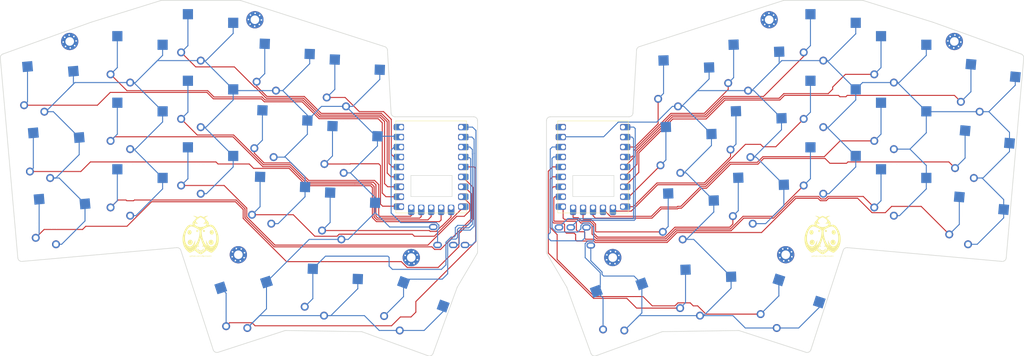
<source format=kicad_pcb>
(kicad_pcb (version 20221018) (generator pcbnew)
  (title_block (title "mushi") (rev "v1.0.0") (company "Unknown"))
  (layers (0 "F.Cu" signal) (31 "B.Cu" signal) (34 "B.Paste" user) (35 "F.Paste" user) (36 "B.SilkS" user "B.Silkscreen") (37 "F.SilkS" user "F.Silkscreen") (38 "B.Mask" user) (39 "F.Mask" user) (44 "Edge.Cuts" user))
  (net 0 "")
  (net 1 "matrix_pinky_bottom")
  (net 2 "GND")
  (net 3 "matrix_pinky_middle")
  (net 4 "matrix_pinky_top")
  (net 5 "matrix_ring_bottom")
  (net 6 "matrix_ring_middle")
  (net 7 "matrix_ring_top")
  (net 8 "matrix_middle_bottom")
  (net 9 "matrix_middle_middle")
  (net 10 "matrix_middle_top")
  (net 11 "matrix_index_bottom")
  (net 12 "matrix_index_middle")
  (net 13 "matrix_index_top")
  (net 14 "matrix_outer_bottom")
  (net 15 "matrix_outer_middle")
  (net 16 "matrix_outer_top")
  (net 17 "thumbs_inner_cluster")
  (net 18 "thumbs_middle_cluster")
  (net 19 "thumbs_outer_cluster")
  (net 20 "mirror_matrix_pinky_bottom")
  (net 21 "rGND")
  (net 22 "mirror_matrix_pinky_middle")
  (net 23 "mirror_matrix_pinky_top")
  (net 24 "mirror_matrix_ring_bottom")
  (net 25 "mirror_matrix_ring_middle")
  (net 26 "mirror_matrix_ring_top")
  (net 27 "mirror_matrix_middle_bottom")
  (net 28 "mirror_matrix_middle_middle")
  (net 29 "mirror_matrix_middle_top")
  (net 30 "mirror_matrix_index_bottom")
  (net 31 "mirror_matrix_index_middle")
  (net 32 "mirror_matrix_index_top")
  (net 33 "mirror_matrix_outer_bottom")
  (net 34 "mirror_matrix_outer_middle")
  (net 35 "mirror_matrix_outer_top")
  (net 36 "mirror_thumbs_inner_cluster")
  (net 37 "mirror_thumbs_middle_cluster")
  (net 38 "mirror_thumbs_outer_cluster")
  (net 39 "P5V")
  (net 40 "P3V3")
  (net 41 "RX")
  (net 42 "TX")
  (net 43 "rP5V")
  (net 44 "rP3V3")
  (net 45 "rRX")
  (net 46 "rTX")
  (footprint "PG1350" (layer "F.Cu") (at 194.559518 98.199212 -178)
    (fp_text reference "S71" hide)
    (fp_text value "" hide)
  )
  (footprint "PG1350" (layer "F.Cu") (at 86.228242 57.718589 178)
    (fp_text reference "S29" hide)
    (fp_text value "" hide)
  )
  (footprint "PG1350" (layer "F.Cu") (at 85.63495 74.708233 178)
    (fp_text reference "S28" hide)
    (fp_text value "" hide)
  )
  (footprint "PG1350" (layer "F.Cu") (at 207.414824 57.718589 -178)
    (fp_text reference "S65" hide)
    (fp_text value "" hide)
  )
  (footprint "PG1350" (layer "F.Cu") (at 86.821533 40.728945 178)
    (fp_text reference "S30" hide)
    (fp_text value "" hide)
  )
  (footprint "PG1350" (layer "F.Cu") (at 86.228242 57.718589 -2)
    (fp_text reference "S11" hide)
    (fp_text value "" hide)
  )
  (footprint "PG1350" (layer "F.Cu") (at 86.821533 40.728945 -2)
    (fp_text reference "S12" hide)
    (fp_text value "" hide)
  )
  (footprint "PG1350" (layer "F.Cu") (at 120.201945 102.338755 -20)
    (fp_text reference "S18" hide)
    (fp_text value "" hide)
  )
  (footprint "PG1350" (layer "F.Cu") (at 49.43495 55.668233 180)
    (fp_text reference "S23" hide)
    (fp_text value "" hide)
  )
  (footprint "PG1350" (layer "F.Cu") (at 49.43495 38.668233 180)
    (fp_text reference "S24" hide)
    (fp_text value "" hide)
  )
  (footprint "PG1350" (layer "F.Cu") (at 226.208116 50.058233)
    (fp_text reference "S44" hide)
    (fp_text value "" hide)
  )
  (footprint "PG1350" (layer "F.Cu") (at 226.208116 67.058233 180)
    (fp_text reference "S61" hide)
    (fp_text value "" hide)
  )
  (footprint "PG1350" (layer "F.Cu") (at 244.208116 72.668233 180)
    (fp_text reference "S58" hide)
    (fp_text value "" hide)
  )
  (footprint "MountingHole_2.2mm_M2_Pad_Via" (layer "F.Cu") (at 212.399084 28.526858 2)
    (fp_text reference "_6" hide)
    (fp_text value "")
  )
  (footprint "PG1350" (layer "F.Cu") (at 28.518352 63.06469 -175)
    (fp_text reference "S20" hide)
    (fp_text value "" hide)
  )
  (footprint "PG1350" (layer "F.Cu") (at 226.208116 67.058233)
    (fp_text reference "S43" hide)
    (fp_text value "" hide)
  )
  (footprint "PG1350" (layer "F.Cu") (at 49.43495 55.668233)
    (fp_text reference "S5" hide)
    (fp_text value "" hide)
  )
  (footprint "MountingHole_2.2mm_M2_Pad_Via" (layer "F.Cu") (at 259.630379 34.075515 -5)
    (fp_text reference "_5" hide)
    (fp_text value "")
  )
  (footprint "PG1350" (layer "F.Cu") (at 27.036705 46.12938 -175)
    (fp_text reference "S21" hide)
    (fp_text value "" hide)
  )
  (footprint "PG1350" (layer "F.Cu") (at 244.208116 38.668233)
    (fp_text reference "S42" hide)
    (fp_text value "" hide)
  )
  (footprint "PG1350" (layer "F.Cu") (at 208.008116 74.708233 2)
    (fp_text reference "S46" hide)
    (fp_text value "" hide)
  )
  (footprint "PG1350" (layer "F.Cu") (at 120.201945 102.338755 160)
    (fp_text reference "S36" hide)
    (fp_text value "" hide)
  )
  (footprint "RP2040-Zero" (layer "F.Cu") (at 157.318116 78.808233)
    (fp_text reference "RP2040Zero2")
    (fp_text value "")
    (fp_line (start 5 -5.13) (end 5 -10.5) (stroke (width 0.12)) (layer "Edge.Cuts"))
    (fp_line (start 5 -5.13) (end 15.5 -5.13) (stroke (width 0.12)) (layer "Edge.Cuts"))
    (fp_line (start 15.5 -10.5) (end 5 -10.5) (stroke (width 0.12)) (layer "Edge.Cuts"))
    (fp_line (start 15.5 -10.5) (end 15.5 -5.13) (stroke (width 0.12)) (layer "Edge.Cuts"))
  )
  (footprint "PG1350" (layer "F.Cu") (at 99.083548 98.199212 178)
    (fp_text reference "S35" hide)
    (fp_text value "" hide)
  )
  (footprint "PG1350" (layer "F.Cu") (at 263.643066 80 175)
    (fp_text reference "S55" hide)
    (fp_text value "" hide)
  )
  (footprint "PG1350" (layer "F.Cu") (at 216.152996 101.640387 162)
    (fp_text reference "S70" hide)
    (fp_text value "" hide)
  )
  (footprint "PG1350" (layer "F.Cu") (at 266.606361 46.12938 175)
    (fp_text reference "S57" hide)
    (fp_text value "" hide)
  )
  (footprint "PG1350" (layer "F.Cu") (at 77.49007 101.640387 18)
    (fp_text reference "S16" hide)
    (fp_text value "" hide)
  )
  (footprint "PG1350" (layer "F.Cu") (at 67.43495 50.058233 180)
    (fp_text reference "S26" hide)
    (fp_text value "" hide)
  )
  (footprint "MountingHole_2.2mm_M2_Pad_Via" (layer "F.Cu") (at 216.622807 88.544614 -18)
    (fp_text reference "_7" hide)
    (fp_text value "")
  )
  (footprint "MountingHole_2.2mm_M2_Pad_Via" (layer "F.Cu") (at 172.51456 89.267356 20)
    (fp_text reference "_8" hide)
    (fp_text value "")
  )
  (footprint "PG1350" (layer "F.Cu") (at 67.43495 67.058233 180)
    (fp_text reference "S25" hide)
    (fp_text value "" hide)
  )
  (footprint "PG1350" (layer "F.Cu") (at 244.208116 55.668233)
    (fp_text reference "S41" hide)
    (fp_text value "" hide)
  )
  (footprint "PG1350" (layer "F.Cu") (at 67.43495 33.058233)
    (fp_text reference "S9" hide)
    (fp_text value "" hide)
  )
  (footprint "PG1350" (layer "F.Cu") (at 67.43495 50.058233)
    (fp_text reference "S8" hide)
    (fp_text value "" hide)
  )
  (footprint "PG1350" (layer "F.Cu") (at 67.43495 33.058233 180)
    (fp_text reference "S27" hide)
    (fp_text value "" hide)
  )
  (footprint "PG1350" (layer "F.Cu") (at 206.821533 40.728945 2)
    (fp_text reference "S48" hide)
    (fp_text value "" hide)
  )
  (footprint "PG1350" (layer "F.Cu") (at 173.441121 102.338755 -160)
    (fp_text reference "S72" hide)
    (fp_text value "" hide)
  )
  (footprint "PG1350" (layer "F.Cu") (at 244.208116 55.668233 180)
    (fp_text reference "S59" hide)
    (fp_text value "" hide)
  )
  (footprint "PG1350" (layer "F.Cu") (at 265.124714 63.06469 -5)
    (fp_text reference "S38" hide)
    (fp_text value "" hide)
  )
  (footprint "PG1350" (layer "F.Cu") (at 226.208116 50.058233 180)
    (fp_text reference "S62" hide)
    (fp_text value "" hide)
  )
  (footprint "images:mushi" (layer "F.Cu") (at 67.431098 83.82)
    (fp_text reference "")
    (fp_text value "LOGO" hide)
  )
  (footprint "PG1350" (layer "F.Cu") (at 244.208116 38.668233 180)
    (fp_text reference "S60" hide)
    (fp_text value "" hide)
  )
  (footprint "PG1350" (layer "F.Cu") (at 265.124714 63.06469 175)
    (fp_text reference "S56" hide)
    (fp_text value "" hide)
  )
  (footprint "PG1350" (layer "F.Cu") (at 226.208116 33.058233 180)
    (fp_text reference "S63" hide)
    (fp_text value "" hide)
  )
  (footprint "images:mushi" (layer "F.Cu") (at 226.06 83.82)
    (fp_text reference "")
    (fp_text value "LOGO" hide)
  )
  (footprint "PG1350" (layer "F.Cu") (at 49.43495 72.668233 180)
    (fp_text reference "S22" hide)
    (fp_text value "" hide)
  )
  (footprint "PG1350" (layer "F.Cu") (at 188.951156 44.755065 -178)
    (fp_text reference "S69" hide)
    (fp_text value "" hide)
  )
  (footprint "PG1350" (layer "F.Cu") (at 30 80 -175)
    (fp_text reference "S19" hide)
    (fp_text value "" hide)
  )
  (footprint "RP2040-Zero" (layer "F.Cu") (at 116.03495 78.808233)
    (fp_text reference "RP2040Zero1")
    (fp_text value "")
    (fp_line (start 5 -5.13) (end 5 -10.5) (stroke (width 0.12)) (layer "Edge.Cuts"))
    (fp_line (start 5 -5.13) (end 15.5 -5.13) (stroke (width 0.12)) (layer "Edge.Cuts"))
    (fp_line (start 15.5 -10.5) (end 5 -10.5) (stroke (width 0.12)) (layer "Edge.Cuts"))
    (fp_line (start 15.5 -10.5) (end 15.5 -5.13) (stroke (width 0.12)) (layer "Edge.Cuts"))
  )
  (footprint "PG1350" (layer "F.Cu") (at 206.821533 40.728945 -178)
    (fp_text reference "S66" hide)
    (fp_text value "" hide)
  )
  (footprint "PG1350" (layer "F.Cu") (at 244.208116 72.668233)
    (fp_text reference "S40" hide)
    (fp_text value "" hide)
  )
  (footprint "TRRS-PJ-320A-dual" (layer "F.Cu") (at 138.03495 86.058233 -90)
    (fp_text reference "TRRS1")
    (fp_text value "TRRS-PJ-320A-dual")
  )
  (footprint "PG1350" (layer "F.Cu") (at 266.606361 46.12938 -5)
    (fp_text reference "S39" hide)
    (fp_text value "" hide)
  )
  (footprint "PG1350" (layer "F.Cu") (at 104.69191 44.755065 -2)
    (fp_text reference "S15" hide)
    (fp_text value "" hide)
  )
  (footprint "PG1350" (layer "F.Cu") (at 104.69191 44.755065 178)
    (fp_text reference "S33" hide)
    (fp_text value "" hide)
  )
  (footprint "PG1350" (layer "F.Cu") (at 104.098618 61.744709 178)
    (fp_text reference "S32" hide)
    (fp_text value "" hide)
  )
  (footprint "MountingHole_2.2mm_M2_Pad_Via" (layer "F.Cu") (at 81.243982 28.526858 -2)
    (fp_text reference "_2" hide)
    (fp_text value "")
  )
  (footprint "MountingHole_2.2mm_M2_Pad_Via" (layer "F.Cu") (at 77.020259 88.544614 18)
    (fp_text reference "_3" hide)
    (fp_text value "")
  )
  (footprint "PG1350" (layer "F.Cu") (at 30 80 5)
    (fp_text reference "S1" hide)
    (fp_text value "" hide)
  )
  (footprint "PG1350" (layer "F.Cu") (at 190.137739 78.734353 2)
    (fp_text reference "S49" hide)
    (fp_text value "" hide)
  )
  (footprint "PG1350" (layer "F.Cu") (at 28.518352 63.06469 5)
    (fp_text reference "S2" hide)
    (fp_text value "" hide)
  )
  (footprint "PG1350" (layer "F.Cu") (at 263.643066 80 -5)
    (fp_text reference "S37" hide)
    (fp_text value "" hide)
  )
  (footprint "PG1350" (layer "F.Cu") (at 104.098618 61.744709 -2)
    (fp_text reference "S14" hide)
    (fp_text value "" hide)
  )
  (footprint "PG1350" (layer "F.Cu") (at 194.559518 98.199212 2)
    (fp_text reference "S53" hide)
    (fp_text value "" hide)
  )
  (footprint "PG1350" (layer "F.Cu") (at 190.137739 78.734353 -178)
    (fp_text reference "S67" hide)
    (fp_text value "" hide)
  )
  (footprint "PG1350" (layer "F.Cu") (at 188.951156 44.755065 2)
    (fp_text reference "S51" hide)
    (fp_text value "" hide)
  )
  (footprint "PG1350" (layer "F.Cu") (at 99.083548 98.199212 -2)
    (fp_text reference "S17" hide)
    (fp_text value "" hide)
  )
  (footprint "PG1350" (layer "F.Cu") (at 226.208116 33.058233)
    (fp_text reference "S45" hide)
    (fp_text value "" hide)
  )
  (footprint "PG1350" (layer "F.Cu") (at 216.152996 101.640387 -18)
    (fp_text reference "S52" hide)
    (fp_text value "" hide)
  )
  (footprint "PG1350" (layer "F.Cu") (at 189.544448 61.744709 -178)
    (fp_text reference "S68" hide)
    (fp_text value "" hide)
  )
  (footprint "PG1350" (layer "F.Cu") (at 103.505327 78.734353 -2)
    (fp_text reference "S13" hide)
    (fp_text value "" hide)
  )
  (footprint "TRRS-PJ-320A-dual" (layer "F.Cu") (at 155.608116 81.558233 90)
    (fp_text reference "TRRS2")
    (fp_text value "TRRS-PJ-320A-dual")
  )
  (footprint "PG1350" (layer "F.Cu") (at 207.414824 57.718589 2)
    (fp_text reference "S47" hide)
    (fp_text value "" hide)
  )
  (footprint "PG1350" (layer "F.Cu") (at 27.036705 46.12938 5)
    (fp_text reference "S3" hide)
    (fp_text value "" hide)
  )
  (footprint "PG1350" (layer "F.Cu") (at 67.43495 67.058233)
    (fp_text reference "S7" hide)
    (fp_text value "" hide)
  )
  (footprint "PG1350" (layer "F.Cu") (at 173.441121 102.338755 20)
    (fp_text reference "S54" hide)
    (fp_text value "" hide)
  )
  (footprint "PG1350" (layer "F.Cu") (at 49.43495 38.668233)
    (fp_text reference "S6" hide)
    (fp_text value "" hide)
  )
  (footprint "PG1350" (layer "F.Cu") (at 77.49007 101.640387 -162)
    (fp_text reference "S34" hide)
    (fp_text value "" hide)
  )
  (footprint "PG1350" (layer "F.Cu") (at 85.63495 74.708233 -2)
    (fp_text reference "S10" hide)
    (fp_text value "" hide)
  )
  (footprint "MountingHole_2.2mm_M2_Pad_Via" (layer "F.Cu") (at 121.128506 89.267356 -20)
    (fp_text reference "_4" hide)
    (fp_text value "")
  )
  (footprint "PG1350" (layer "F.Cu") (at 103.505327 78.734353 178)
    (fp_text reference "S31" hide)
    (fp_text value "" hide)
  )
  (footprint "PG1350" (layer "F.Cu") (at 49.43495 72.668233)
    (fp_text reference "S4" hide)
    (fp_text value "" hide)
  )
  (footprint "MountingHole_2.2mm_M2_Pad_Via" (layer "F.Cu") (at 34.012687 34.075515 5)
    (fp_text reference "_1" hide)
    (fp_text value "")
  )
  (footprint "PG1350" (layer "F.Cu") (at 208.008116 74.708233 -178)
    (fp_text reference "S64" hide)
    (fp_text value "" hide)
  )
  (footprint "PG1350" (layer "F.Cu") (at 189.544448 61.744709 2)
    (fp_text reference "S50" hide)
    (fp_text value "" hide)
  )
  (gr_arc (start 71.866223 113.456577) (mid 71.103215 113.396527) (end 70.606149 112.814537) (stroke (width 0.15)) (layer "Edge.Cuts"))
  (gr_line (start 108.326954 108.185119) (end 89.151321 107.896769) (stroke (width 0.15)) (layer "Edge.Cuts"))
  (gr_arc (start 114.363767 35.400257) (mid 114.849041 35.740202) (end 115.056762 36.295094) (stroke (width 0.15)) (layer "Edge.Cuts"))
  (gr_line (start 223.036917 112.814537) (end 231.288676 87.418234) (stroke (width 0.15)) (layer "Edge.Cuts"))
  (gr_line (start 116.979106 53.308233) (end 137.03495 53.308233) (stroke (width 0.15)) (layer "Edge.Cuts"))
  (gr_arc (start 21.863686 90.246511) (mid 21.132759 90.017017) (end 20.778737 89.337612) (stroke (width 0.15)) (layer "Edge.Cuts"))
  (gr_line (start 178.586304 36.295094) (end 177.662311 52.365634) (stroke (width 0.15)) (layer "Edge.Cuts"))
  (gr_line (start 61.314579 86.731198) (end 21.863686 90.24651) (stroke (width 0.15)) (layer "Edge.Cuts"))
  (gr_arc (start 204.491744 107.896769) (mid 204.655784 107.907819) (end 204.815797 107.945599) (stroke (width 0.15)) (layer "Edge.Cuts"))
  (gr_arc (start 116.979106 53.308233) (mid 116.292593 53.035351) (end 115.980755 52.365634) (stroke (width 0.15)) (layer "Edge.Cuts"))
  (gr_arc (start 61.314579 86.731198) (mid 61.954601 86.892923) (end 62.35439 87.418234) (stroke (width 0.15)) (layer "Edge.Cuts"))
  (gr_arc (start 272.864328 89.337612) (mid 272.510307 90.017016) (end 271.77938 90.24651) (stroke (width 0.15)) (layer "Edge.Cuts"))
  (gr_arc (start 132.816361 96.918976) (mid 132.851938 96.833708) (end 132.895233 96.752088) (stroke (width 0.15)) (layer "Edge.Cuts"))
  (gr_line (start 236.055893 23.558233) (end 216.364529 23.558233) (stroke (width 0.15)) (layer "Edge.Cuts"))
  (gr_arc (start 16.313843 38.303637) (mid 16.467374 37.678042) (end 16.97056 37.275868) (stroke (width 0.15)) (layer "Edge.Cuts"))
  (gr_line (start 168.233079 114.344016) (end 184.989127 108.245314) (stroke (width 0.15)) (layer "Edge.Cuts"))
  (gr_arc (start 126.6917 113.746345) (mid 126.174625 114.310632) (end 125.409987 114.344016) (stroke (width 0.15)) (layer "Edge.Cuts"))
  (gr_arc (start 231.288676 87.418234) (mid 231.688465 86.892923) (end 232.328487 86.731198) (stroke (width 0.15)) (layer "Edge.Cuts"))
  (gr_arc (start 88.827268 107.9456) (mid 88.987281 107.90782) (end 89.151321 107.896769) (stroke (width 0.15)) (layer "Edge.Cuts"))
  (gr_line (start 115.056762 36.295094) (end 115.980755 52.365634) (stroke (width 0.15)) (layer "Edge.Cuts"))
  (gr_line (start 160.826705 96.918976) (end 166.951366 113.746344) (stroke (width 0.15)) (layer "Edge.Cuts"))
  (gr_arc (start 177.662311 52.365634) (mid 177.350472 53.035351) (end 176.66396 53.308233) (stroke (width 0.15)) (layer "Edge.Cuts"))
  (gr_line (start 272.864329 89.337612) (end 277.329223 38.303638) (stroke (width 0.15)) (layer "Edge.Cuts"))
  (gr_arc (start 178.586304 36.295094) (mid 178.794025 35.740202) (end 179.279299 35.400257) (stroke (width 0.15)) (layer "Edge.Cuts"))
  (gr_arc (start 57.289623 23.603527) (mid 57.436684 23.569622) (end 57.587173 23.558233) (stroke (width 0.15)) (layer "Edge.Cuts"))
  (gr_arc (start 137.03495 53.308233) (mid 137.742057 53.601126) (end 138.03495 54.308233) (stroke (width 0.15)) (layer "Edge.Cuts"))
  (gr_arc (start 108.326955 108.18512) (mid 108.492966 108.201533) (end 108.653939 108.245314) (stroke (width 0.15)) (layer "Edge.Cuts"))
  (gr_line (start 132.816361 96.918976) (end 126.6917 113.746344) (stroke (width 0.15)) (layer "Edge.Cuts"))
  (gr_line (start 276.672506 37.275868) (end 254.228923 29.175742) (stroke (width 0.15)) (layer "Edge.Cuts"))
  (gr_arc (start 276.672507 37.275869) (mid 277.175693 37.678043) (end 277.329223 38.303638) (stroke (width 0.15)) (layer "Edge.Cuts"))
  (gr_line (start 155.608116 54.308233) (end 155.608116 87.784747) (stroke (width 0.15)) (layer "Edge.Cuts"))
  (gr_line (start 20.778737 89.337612) (end 16.313843 38.303638) (stroke (width 0.15)) (layer "Edge.Cuts"))
  (gr_line (start 57.587173 23.558233) (end 77.278537 23.558233) (stroke (width 0.15)) (layer "Edge.Cuts"))
  (gr_line (start 88.827269 107.945599) (end 71.866223 113.456577) (stroke (width 0.15)) (layer "Edge.Cuts"))
  (gr_line (start 216.059173 23.605995) (end 179.279299 35.400257) (stroke (width 0.15)) (layer "Edge.Cuts"))
  (gr_arc (start 216.059173 23.605995) (mid 216.209995 23.570246) (end 216.364529 23.558233) (stroke (width 0.15)) (layer "Edge.Cuts"))
  (gr_arc (start 254.186996 29.16165) (mid 254.208037 29.168464) (end 254.228923 29.175742) (stroke (width 0.15)) (layer "Edge.Cuts"))
  (gr_line (start 155.747295 88.293655) (end 160.747833 96.752088) (stroke (width 0.15)) (layer "Edge.Cuts"))
  (gr_arc (start 223.036917 112.814537) (mid 222.539851 113.396527) (end 221.776843 113.456577) (stroke (width 0.15)) (layer "Edge.Cuts"))
  (gr_arc (start 160.747833 96.752088) (mid 160.791128 96.833708) (end 160.826705 96.918976) (stroke (width 0.15)) (layer "Edge.Cuts"))
  (gr_arc (start 138.03495 87.784747) (mid 137.999528 88.048545) (end 137.895771 88.293655) (stroke (width 0.15)) (layer "Edge.Cuts"))
  (gr_arc (start 39.414143 29.175742) (mid 39.435029 29.168464) (end 39.45607 29.16165) (stroke (width 0.15)) (layer "Edge.Cuts"))
  (gr_arc (start 236.055894 23.558233) (mid 236.206383 23.569621) (end 236.353444 23.603527) (stroke (width 0.15)) (layer "Edge.Cuts"))
  (gr_line (start 39.45607 29.16165) (end 57.289622 23.603527) (stroke (width 0.15)) (layer "Edge.Cuts"))
  (gr_line (start 254.186996 29.16165) (end 236.353444 23.603527) (stroke (width 0.15)) (layer "Edge.Cuts"))
  (gr_line (start 77.583893 23.605995) (end 114.363767 35.400257) (stroke (width 0.15)) (layer "Edge.Cuts"))
  (gr_arc (start 168.233078 114.344016) (mid 167.46844 114.310631) (end 166.951366 113.746344) (stroke (width 0.15)) (layer "Edge.Cuts"))
  (gr_line (start 204.815797 107.945599) (end 221.776843 113.456577) (stroke (width 0.15)) (layer "Edge.Cuts"))
  (gr_arc (start 184.989127 108.245313) (mid 185.1501 108.201531) (end 185.316112 108.185119) (stroke (width 0.15)) (layer "Edge.Cuts"))
  (gr_arc (start 155.608116 54.308233) (mid 155.901009 53.601126) (end 156.608116 53.308233) (stroke (width 0.15)) (layer "Edge.Cuts"))
  (gr_arc (start 77.278537 23.558233) (mid 77.433071 23.570246) (end 77.583893 23.605995) (stroke (width 0.15)) (layer "Edge.Cuts"))
  (gr_line (start 185.316112 108.185119) (end 204.491745 107.896769) (stroke (width 0.15)) (layer "Edge.Cuts"))
  (gr_line (start 137.895771 88.293655) (end 132.895233 96.752088) (stroke (width 0.15)) (layer "Edge.Cuts"))
  (gr_arc (start 155.747295 88.293655) (mid 155.643538 88.048545) (end 155.608116 87.784747) (stroke (width 0.15)) (layer "Edge.Cuts"))
  (gr_line (start 16.97056 37.275868) (end 39.414143 29.175742) (stroke (width 0.15)) (layer "Edge.Cuts"))
  (gr_line (start 138.03495 54.308233) (end 138.03495 87.784747) (stroke (width 0.15)) (layer "Edge.Cuts"))
  (gr_line (start 70.606149 112.814537) (end 62.35439 87.418234) (stroke (width 0.15)) (layer "Edge.Cuts"))
  (gr_line (start 125.409987 114.344016) (end 108.653939 108.245314) (stroke (width 0.15)) (layer "Edge.Cuts"))
  (gr_line (start 176.66396 53.308233) (end 156.608116 53.308233) (stroke (width 0.15)) (layer "Edge.Cuts"))
  (gr_line (start 232.328487 86.731198) (end 271.77938 90.24651) (stroke (width 0.15)) (layer "Edge.Cuts"))
  (segment (start 118.603506 90.313246) (end 120.082616 91.792356) (width 0.25) (layer "F.Cu") (net 1))
  (segment (start 78.264378 79.259674) (end 89.31795 90.313246) (width 0.25) (layer "F.Cu") (net 1))
  (segment (start 78.264378 76.99717) (end 78.264378 79.259674) (width 0.25) (layer "F.Cu") (net 1))
  (segment (start 37.2905 82.0895) (end 38.1 81.28) (width 0.25) (layer "F.Cu") (net 1))
  (segment (start 127.991817 91.792356) (end 133.25995 86.524223) (width 0.25) (layer "F.Cu") (net 1))
  (segment (start 136.93995 79.480619) (end 136.93995 71.387857) (width 0.25) (layer "F.Cu") (net 1))
  (segment (start 48.619644 81.28) (end 54.885739 75.013905) (width 0.25) (layer "F.Cu") (net 1))
  (segment (start 120.082616 91.792356) (end 127.991817 91.792356) (width 0.25) (layer "F.Cu") (net 1))
  (segment (start 25.350218 84.221319) (end 27.482037 82.0895) (width 0.25) (layer "F.Cu") (net 1))
  (segment (start 89.31795 90.313246) (end 118.603506 90.313246) (width 0.25) (layer "F.Cu") (net 1))
  (segment (start 54.885739 75.013905) (end 76.281113 75.013905) (width 0.25) (layer "F.Cu") (net 1))
  (segment (start 38.1 81.28) (end 48.619644 81.28) (width 0.25) (layer "F.Cu") (net 1))
  (segment (start 136.93995 71.387857) (end 134.200326 68.648233) (width 0.25) (layer "F.Cu") (net 1))
  (segment (start 27.482037 82.0895) (end 37.2905 82.0895) (width 0.25) (layer "F.Cu") (net 1))
  (segment (start 76.281113 75.013905) (end 78.264378 76.99717) (width 0.25) (layer "F.Cu") (net 1))
  (segment (start 134.200326 68.648233) (end 133.81495 68.648233) (width 0.25) (layer "F.Cu") (net 1))
  (segment (start 133.25995 83.160619) (end 136.93995 79.480619) (width 0.25) (layer "F.Cu") (net 1))
  (segment (start 133.25995 86.524223) (end 133.25995 83.160619) (width 0.25) (layer "F.Cu") (net 1))
  (segment (start 26.218886 74.358077) (end 26.218886 83.352651) (width 0.25) (layer "B.Cu") (net 1))
  (segment (start 26.218886 83.352651) (end 25.350218 84.221319) (width 0.25) (layer "B.Cu") (net 1))
  (segment (start 75.70995 66.120073) (end 68.87179 72.958233) (width 0.25) (layer "B.Cu") (net 2))
  (segment (start 37.916677 75.543056) (end 37.916677 79.911931) (width 0.25) (layer "B.Cu") (net 2))
  (segment (start 94.035782 73.729682) (end 87.160825 80.604639) (width 0.25) (layer "B.Cu") (net 2))
  (segment (start 75.70995 63.308233) (end 75.70995 66.120073) (width 0.25) (layer "B.Cu") (net 2))
  (segment (start 105.031202 84.630759) (end 103.29942 84.630759) (width 0.25) (layer "B.Cu") (net 2))
  (segment (start 29.834212 52.006929) (end 27.550924 52.006929) (width 0.25) (layer "B.Cu") (net 2))
  (segment (start 67.43495 38.958233) (end 56.378633 38.958233) (width 0.25) (layer "B.Cu") (net 2))
  (segment (start 112.49945 58.285787) (end 118.372504 58.285787) (width 0.25) (layer "B.Cu") (net 2))
  (segment (start 57.70995 54.626917) (end 50.768634 61.568233) (width 0.25) (layer "B.Cu") (net 2))
  (segment (start 98.877641 104.095618) (end 82.469272 104.095618) (width 0.25) (layer "B.Cu") (net 2))
  (segment (start 55.288433 40.048433) (end 50.768634 44.568233) (width 0.25) (layer "B.Cu") (net 2))
  (segment (start 75.70995 32.016917) (end 68.768634 38.958233) (width 0.25) (layer "B.Cu") (net 2))
  (segment (start 112.120319 58.285787) (end 104.486003 50.651471) (width 0.25) (layer "B.Cu") (net 2))
  (segment (start 94.035782 71.249311) (end 94.035782 68.635782) (width 0.25) (layer "B.Cu") (net 2))
  (segment (start 31.31586 68.942239) (end 29.032571 68.942239) (width 0.25) (layer "B.Cu") (net 2))
  (segment (start 88.347408 46.625351) (end 86.615626 46.625351) (width 0.25) (layer "B.Cu") (net 2))
  (segment (start 129.260477 103.028555) (end 124.406091 107.882941) (width 0.25) (layer "B.Cu") (net 2))
  (segment (start 84.201249 102.363641) (end 79.31327 107.25162) (width 0.25) (layer "B.Cu") (net 2))
  (segment (start 84.201249 95.516809) (end 84.201249 102.363641) (width 0.25) (layer "B.Cu") (net 2))
  (segment (start 126.73495 81.458233) (end 115.60859 81.458233) (width 0.25) (layer "B.Cu") (net 2))
  (segment (start 94.035782 68.635782) (end 88.9 63.5) (width 0.25) (layer "B.Cu") (net 2))
  (segment (start 111.906159 75.275431) (end 111.906159 73.922781) (width 0.25) (layer "B.Cu") (net 2))
  (segment (start 86.615626 46.625351) (end 76.027068 46.625351) (width 0.25) (layer "B.Cu") (net 2))
  (segment (start 112.49945 60.766158) (end 105.624493 67.641115) (width 0.25) (layer "B.Cu") (net 2))
  (segment (start 94.629074 57.770926) (end 88.9 63.5) (width 0.25) (layer "B.Cu") (net 2))
  (segment (start 68.35995 55.958233) (end 67.43495 55.958233) (width 0.25) (layer "B.Cu") (net 2))
  (segment (start 82.469272 104.095618) (end 79.31327 107.25162) (width 0.25) (layer "B.Cu") (net 2))
  (segment (start 57.70995 51.918233) (end 50.35995 44.568233) (width 0.25) (layer "B.Cu") (net 2))
  (segment (start 75.70995 29.308233) (end 75.70995 32.016917) (width 0.25) (layer "B.Cu") (net 2))
  (segment (start 94.035782 71.249311) (end 94.035782 73.729682) (width 0.25) (layer "B.Cu") (net 2))
  (segment (start 124.406091 107.882941) (end 118.184026 107.882941) (width 0.25) (layer "B.Cu") (net 2))
  (segment (start 94.629074 54.259667) (end 94.629074 52.907017) (width 0.25) (layer "B.Cu") (net 2))
  (segment (start 35.331251 44.568233) (end 33.599742 46.299742) (width 0.25) (layer "B.Cu") (net 2))
  (segment (start 107.48438 94.74029) (end 107.48438 97.220661) (width 0.25) (layer "B.Cu") (net 2))
  (segment (start 50.87179 78.568233) (end 49.43495 78.568233) (width 0.25) (layer "B.Cu") (net 2))
  (segment (start 34.953382 41.672436) (end 34.953382 44.946101) (width 0.25) (layer "B.Cu") (net 2))
  (segment (start 107.48438 97.220661) (end 100.609423 104.095618) (width 0.25) (layer "B.Cu") (net 2))
  (segment (start 68.35995 38.958233) (end 67.43495 38.958233) (width 0.25) (layer "B.Cu") (net 2))
  (segment (start 50.768634 61.568233) (end 49.43495 61.568233) (width 0.25) (layer "B.Cu") (net 2))
  (segment (start 75.70995 46.308233) (end 75.70995 49.016917) (width 0.25) (layer "B.Cu") (net 2))
  (segment (start 111.906159 73.922781) (end 105.624493 67.641115) (width 0.25) (layer "B.Cu") (net 2))
  (segment (start 88.785005 63.614995) (end 86.022335 63.614995) (width 0.25) (layer "B.Cu") (net 2))
  (segment (start 109.175618 104.095618) (end 98.877641 104.095618) (width 0.25) (layer "B.Cu") (net 2))
  (segment (start 104.486003 50.651471) (end 98.23727 50.651471) (width 0.25) (layer "B.Cu") (net 2))
  (segment (start 50.35995 44.568233) (end 49.43495 44.568233) (width 0.25) (layer "B.Cu") (net 2))
  (segment (start 111.906159 75.275431) (end 111.906159 77.755802) (width 0.25) (layer "B.Cu") (net 2))
  (segment (start 56.378633 38.958233) (end 55.288433 40.048433) (width 0.25) (layer "B.Cu") (net 2))
  (segment (start 50.35995 61.568233) (end 49.43495 61.568233) (width 0.25) (layer "B.Cu") (net 2))
  (segment (start 49.43495 44.568233) (end 35.331251 44.568233) (width 0.25) (layer "B.Cu") (net 2))
  (segment (start 113.092742 43.776514) (end 106.217785 50.651471) (width 0.25) (layer "B.Cu") (net 2))
  (segment (start 75.70995 46.308233) (end 68.35995 38.958233) (width 0.25) (layer "B.Cu") (net 2))
  (segment (start 112.49945 58.285787) (end 112.49945 60.766158) (width 0.25) (layer "B.Cu") (net 2))
  (segment (start 57.70995 71.730073) (end 50.87179 78.568233) (width 0.25) (layer "B.Cu") (net 2))
  (segment (start 94.629074 52.907017) (end 88.347408 46.625351) (width 0.25) (layer "B.Cu") (net 2))
  (segment (start 129.260477 101.645124) (end 129.260477 103.028555) (width 0.25) (layer "B.Cu") (net 2))
  (segment (start 75.70995 49.016917) (end 68.768634 55.958233) (width 0.25) (layer "B.Cu") (net 2))
  (segment (start 94.629074 54.259667) (end 94.629074 57.770926) (width 0.25) (layer "B.Cu") (net 2))
  (segment (start 95.222365 37.270023) (end 95.222365 39.750394) (width 0.25) (layer "B.Cu") (net 2))
  (segment (start 112.49945 58.285787) (end 112.120319 58.285787) (width 0.25) (layer "B.Cu") (net 2))
  (segment (start 57.70995 51.918233) (end 57.70995 54.626917) (width 0.25) (layer "B.Cu") (net 2))
  (segment (start 50.768634 44.568233) (end 49.43495 44.568233) (width 0.25) (layer "B.Cu") (net 2))
  (segment (start 30.469411 68.942239) (end 29.032571 68.942239) (width 0.25) (layer "B.Cu") (net 2))
  (segment (start 95.087299 84.630759) (end 103.29942 84.630759) (width 0.25) (layer "B.Cu") (net 2))
  (segment (start 31.951059 85.877549) (end 30.514219 85.877549) (width 0.25) (layer "B.Cu") (net 2))
  (segment (start 68.87179 72.958233) (end 67.43495 72.958233) (width 0.25) (layer "B.Cu") (net 2))
  (segment (start 36.435029 58.607746) (end 29.834212 52.006929) (width 0.25) (layer "B.Cu") (net 2))
  (segment (start 57.70995 68.918233) (end 50.35995 61.568233) (width 0.25) (layer "B.Cu") (net 2))
  (segment (start 100.609423 104.095618) (end 98.877641 104.095618) (width 0.25) (layer "B.Cu") (net 2))
  (segment (start 57.70995 34.918233) (end 57.70995 37.626917) (width 0.25) (layer "B.Cu") (net 2))
  (segment (start 57.70995 37.626917) (end 55.288433 40.048433) (width 0.25) (layer "B.Cu") (net 2))
  (segment (start 98.23727 50.651471) (end 94.629074 54.259667) (width 0.25) (layer "B.Cu") (net 2))
  (segment (start 112.962941 107.882941) (end 109.175618 104.095618) (width 0.25) (layer "B.Cu") (net 2))
  (segment (start 106.217785 50.651471) (end 104.486003 50.651471) (width 0.25) (layer "B.Cu") (net 2))
  (segment (start 36.435029 62.976621) (end 30.469411 68.942239) (width 0.25) (layer "B.Cu") (net 2))
  (segment (start 111.906159 77.755802) (end 105.031202 84.630759) (width 0.25) (layer "B.Cu") (net 2))
  (segment (start 88.9 63.5) (end 88.785005 63.614995) (width 0.25) (layer "B.Cu") (net 2))
  (segment (start 95.222365 39.750394) (end 88.347408 46.625351) (width 0.25) (layer "B.Cu") (net 2))
  (segment (start 57.70995 68.918233) (end 57.70995 71.730073) (width 0.25) (layer "B.Cu") (net 2))
  (segment (start 37.916677 79.911931) (end 31.951059 85.877549) (width 0.25) (layer "B.Cu") (net 2))
  (segment (start 34.953382 44.946101) (end 33.599742 46.299742) (width 0.25) (layer "B.Cu") (net 2))
  (segment (start 118.372504 58.285787) (end 118.57495 58.488233) (width 0.25) (layer "B.Cu") (net 2))
  (segment (start 105.624493 67.641115) (end 103.892711 67.641115) (width 0.25) (layer "B.Cu") (net 2))
  (segment (start 87.160825 80.604639) (end 85.429043 80.604639) (width 0.25) (layer "B.Cu") (net 2))
  (segment (start 115.60859 81.458233) (end 111.906159 77.755802) (width 0.25) (layer "B.Cu") (net 2))
  (segment (start 118.184026 107.882941) (end 112.962941 107.882941) (width 0.25) (layer "B.Cu") (net 2))
  (segment (start 27.892554 52.006929) (end 27.550924 52.006929) (width 0.25) (layer "B.Cu") (net 2))
  (segment (start 68.768634 55.958233) (end 67.43495 55.958233) (width 0.25) (layer "B.Cu") (net 2))
  (segment (start 113.092742 41.296143) (end 113.092742 43.776514) (width 0.25) (layer "B.Cu") (net 2))
  (segment (start 68.768634 38.958233) (end 67.43495 38.958233) (width 0.25) (layer "B.Cu") (net 2))
  (segment (start 37.916677 75.543056) (end 31.31586 68.942239) (width 0.25) (layer "B.Cu") (net 2))
  (segment (start 36.435029 58.607746) (end 36.435029 62.976621) (width 0.25) (layer "B.Cu") (net 2))
  (segment (start 75.70995 63.308233) (end 68.35995 55.958233) (width 0.25) (layer "B.Cu") (net 2))
  (segment (start 84.201249 95.516809) (end 95.087299 84.630759) (width 0.25) (layer "B.Cu") (net 2))
  (segment (start 76.027068 46.625351) (end 75.70995 46.308233) (width 0.25) (layer "B.Cu") (net 2))
  (segment (start 33.599742 46.299742) (end 27.892554 52.006929) (width 0.25) (layer "B.Cu") (net 2))
  (segment (start 110.742978 70.912978) (end 111.21 71.38) (width 0.25) (layer "F.Cu") (net 3))
  (segment (start 80.919094 66.49) (end 89.980812 66.49) (width 0.25) (layer "F.Cu") (net 3))
  (segment (start 39.296767 64.843233) (end 71.3183 64.843233) (width 0.25) (layer "F.Cu") (net 3))
  (segment (start 36.853991 67.286009) (end 39.296767 64.843233) (width 0.25) (layer "F.Cu") (net 3))
  (segment (start 23.86857 67.286009) (end 36.853991 67.286009) (width 0.25) (layer "F.Cu") (net 3))
  (segment (start 111.21 71.38) (end 111.21 79.07) (width 0.25) (layer "F.Cu") (net 3))
  (segment (start 112.23 80.09) (end 128.32 80.09) (width 0.25) (layer "F.Cu") (net 3))
  (segment (start 79.795274 65.36618) (end 80.919094 66.49) (width 0.25) (layer "F.Cu") (net 3))
  (segment (start 128.32 80.09) (end 128.73495 79.67505) (width 0.25) (layer "F.Cu") (net 3))
  (segment (start 111.21 79.07) (end 112.23 80.09) (width 0.25) (layer "F.Cu") (net 3))
  (segment (start 94.40379 70.912978) (end 110.742978 70.912978) (width 0.25) (layer "F.Cu") (net 3))
  (segment (start 71.841247 65.36618) (end 79.795274 65.36618) (width 0.25) (layer "F.Cu") (net 3))
  (segment (start 89.980812 66.49) (end 94.40379 70.912978) (width 0.25) (layer "F.Cu") (net 3))
  (segment (start 71.3183 64.843233) (end 71.841247 65.36618) (width 0.25) (layer "F.Cu") (net 3))
  (segment (start 128.73495 79.67505) (end 128.73495 76.478233) (width 0.25) (layer "F.Cu") (net 3))
  (segment (start 24.737238 66.417341) (end 23.86857 67.286009) (width 0.25) (layer "B.Cu") (net 3))
  (segment (start 24.737238 57.422767) (end 24.737238 66.417341) (width 0.25) (layer "B.Cu") (net 3))
  (segment (start 70.645902 48.724135) (end 69.00665 47.084883) (width 0.25) (layer "F.Cu") (net 4))
  (segment (start 83.648773 49.478198) (end 82.89471 48.724135) (width 0.25) (layer "F.Cu") (net 4))
  (segment (start 82.89471 48.724135) (end 70.645902 48.724135) (width 0.25) (layer "F.Cu") (net 4))
  (segment (start 112.67 53.79) (end 97.600812 53.79) (width 0.25) (layer "F.Cu") (net 4))
  (segment (start 97.600812 53.79) (end 93.28901 49.478198) (width 0.25) (layer "F.Cu") (net 4))
  (segment (start 41.089301 50.350699) (end 22.386923 50.350699) (width 0.25) (layer "F.Cu") (net 4))
  (segment (start 69.00665 47.084883) (end 44.355117 47.084883) (width 0.25) (layer "F.Cu") (net 4))
  (segment (start 113.73 72.79) (end 113.73 54.85) (width 0.25) (layer "F.Cu") (net 4))
  (segment (start 93.28901 49.478198) (end 83.648773 49.478198) (width 0.25) (layer "F.Cu") (net 4))
  (segment (start 113.73 54.85) (end 112.67 53.79) (width 0.25) (layer "F.Cu") (net 4))
  (segment (start 44.355117 47.084883) (end 41.089301 50.350699) (width 0.25) (layer "F.Cu") (net 4))
  (segment (start 118.57495 73.728233) (end 114.668233 73.728233) (width 0.25) (layer "F.Cu") (net 4))
  (segment (start 114.668233 73.728233) (end 113.73 72.79) (width 0.25) (layer "F.Cu") (net 4))
  (segment (start 23.255591 49.482031) (end 22.386923 50.350699) (width 0.25) (layer "B.Cu") (net 4))
  (segment (start 23.255591 40.487457) (end 23.255591 49.482031) (width 0.25) (layer "B.Cu") (net 4))
  (segment (start 50.300449 74.757733) (end 50.494277 74.563905) (width 0.25) (layer "F.Cu") (net 5))
  (segment (start 46.339278 74.563905) (end 48.375623 74.563905) (width 0.25) (layer "F.Cu") (net 5))
  (segment (start 127.06896 87.183233) (end 128.60094 87.183233) (width 0.25) (layer "F.Cu") (net 5))
  (segment (start 48.375623 74.563905) (end 48.569451 74.757733) (width 0.25) (layer "F.Cu") (net 5))
  (segment (start 50.494277 74.563905) (end 76.467509 74.563905) (width 0.25) (layer "F.Cu") (net 5))
  (segment (start 136.48995 72.98995) (end 134.688233 71.188233) (width 0.25) (layer "F.Cu") (net 5))
  (segment (start 126.40995 86.524223) (end 127.06896 87.183233) (width 0.25) (layer "F.Cu") (net 5))
  (segment (start 136.48995 79.294223) (end 136.48995 72.98995) (width 0.25) (layer "F.Cu") (net 5))
  (segment (start 78.714378 76.810774) (end 78.714378 79.073278) (width 0.25) (layer "F.Cu") (net 5))
  (segment (start 86.165323 86.524223) (end 126.40995 86.524223) (width 0.25) (layer "F.Cu") (net 5))
  (segment (start 78.714378 79.073278) (end 86.165323 86.524223) (width 0.25) (layer "F.Cu") (net 5))
  (segment (start 76.467509 74.563905) (end 78.714378 76.810774) (width 0.25) (layer "F.Cu") (net 5))
  (segment (start 128.60094 87.183233) (end 136.48995 79.294223) (width 0.25) (layer "F.Cu") (net 5))
  (segment (start 134.688233 71.188233) (end 133.81495 71.188233) (width 0.25) (layer "F.Cu") (net 5))
  (segment (start 48.569451 74.757733) (end 50.300449 74.757733) (width 0.25) (layer "F.Cu") (net 5))
  (segment (start 44.43495 76.468233) (end 46.339278 74.563905) (width 0.25) (layer "F.Cu") (net 5))
  (segment (start 46.15995 74.743233) (end 44.43495 76.468233) (width 0.25) (layer "B.Cu") (net 5))
  (segment (start 46.15995 66.718233) (end 46.15995 74.743233) (width 0.25) (layer "B.Cu") (net 5))
  (segment (start 111.66 78.883604) (end 112.416396 79.64) (width 0.25) (layer "F.Cu") (net 6))
  (segment (start 126.19495 78.81505) (end 126.19495 76.478233) (width 0.25) (layer "F.Cu") (net 6))
  (segment (start 110.982978 70.462978) (end 111.66 71.14) (width 0.25) (layer "F.Cu") (net 6))
  (segment (start 75.644036 58.42) (end 83.264036 66.04) (width 0.25) (layer "F.Cu") (net 6))
  (segment (start 44.43495 59.468233) (end 45.483183 58.42) (width 0.25) (layer "F.Cu") (net 6))
  (segment (start 125.37 79.64) (end 126.19495 78.81505) (width 0.25) (layer "F.Cu") (net 6))
  (segment (start 90.167208 66.04) (end 94.590186 70.462978) (width 0.25) (layer "F.Cu") (net 6))
  (segment (start 111.66 71.14) (end 111.66 78.883604) (width 0.25) (layer "F.Cu") (net 6))
  (segment (start 94.590186 70.462978) (end 106.71 70.462978) (width 0.25) (layer "F.Cu") (net 6))
  (segment (start 106.71 70.462978) (end 110.982978 70.462978) (width 0.25) (layer "F.Cu") (net 6))
  (segment (start 83.264036 66.04) (end 90.167208 66.04) (width 0.25) (layer "F.Cu") (net 6))
  (segment (start 112.416396 79.64) (end 125.37 79.64) (width 0.25) (layer "F.Cu") (net 6))
  (segment (start 45.483183 58.42) (end 75.644036 58.42) (width 0.25) (layer "F.Cu") (net 6))
  (segment (start 46.15995 57.743233) (end 44.43495 59.468233) (width 0.25) (layer "B.Cu") (net 6))
  (segment (start 46.15995 49.718233) (end 46.15995 57.743233) (width 0.25) (layer "B.Cu") (net 6))
  (segment (start 115.118233 71.188233) (end 118.57495 71.188233) (width 0.25) (layer "F.Cu") (net 7))
  (segment (start 114.318604 70.388604) (end 115.118233 71.188233) (width 0.25) (layer "F.Cu") (net 7))
  (segment (start 93.475406 49.028198) (end 97.787208 53.34) (width 0.25) (layer "F.Cu") (net 7))
  (segment (start 83.066971 48.26) (end 83.835169 49.028198) (width 0.25) (layer "F.Cu") (net 7))
  (segment (start 69.193046 46.634883) (end 70.818163 48.26) (width 0.25) (layer "F.Cu") (net 7))
  (segment (start 48.6016 46.634883) (end 69.193046 46.634883) (width 0.25) (layer "F.Cu") (net 7))
  (segment (start 44.43495 42.468233) (end 48.6016 46.634883) (width 0.25) (layer "F.Cu") (net 7))
  (segment (start 83.835169 49.028198) (end 93.475406 49.028198) (width 0.25) (layer "F.Cu") (net 7))
  (segment (start 70.818163 48.26) (end 83.066971 48.26) (width 0.25) (layer "F.Cu") (net 7))
  (segment (start 97.787208 53.34) (end 113.117208 53.34) (width 0.25) (layer "F.Cu") (net 7))
  (segment (start 114.318604 54.541396) (end 114.318604 70.388604) (width 0.25) (layer "F.Cu") (net 7))
  (segment (start 113.117208 53.34) (end 114.318604 54.541396) (width 0.25) (layer "F.Cu") (net 7))
  (segment (start 46.15995 40.743233) (end 44.43495 42.468233) (width 0.25) (layer "B.Cu") (net 7))
  (segment (start 46.15995 32.718233) (end 46.15995 40.743233) (width 0.25) (layer "B.Cu") (net 7))
  (segment (start 132.716396 78.74) (end 134.62 78.74) (width 0.25) (layer "F.Cu") (net 8))
  (segment (start 134.200326 73.728233) (end 133.81495 73.728233) (width 0.25) (layer "F.Cu") (net 8))
  (segment (start 134.62 78.74) (end 136.03995 77.32005) (width 0.25) (layer "F.Cu") (net 8))
  (segment (start 73.398233 70.858233) (end 79.164378 76.624378) (width 0.25) (layer "F.Cu") (net 8))
  (segment (start 136.03995 75.567857) (end 134.200326 73.728233) (width 0.25) (layer "F.Cu") (net 8))
  (segment (start 79.164378 78.886882) (end 86.351719 86.074223) (width 0.25) (layer "F.Cu") (net 8))
  (segment (start 79.164378 76.624378) (end 79.164378 78.886882) (width 0.25) (layer "F.Cu") (net 8))
  (segment (start 86.351719 86.074223) (end 125.382173 86.074223) (width 0.25) (layer "F.Cu") (net 8))
  (segment (start 62.43495 70.858233) (end 73.398233 70.858233) (width 0.25) (layer "F.Cu") (net 8))
  (segment (start 125.382173 86.074223) (end 132.716396 78.74) (width 0.25) (layer "F.Cu") (net 8))
  (segment (start 136.03995 77.32005) (end 136.03995 75.567857) (width 0.25) (layer "F.Cu") (net 8))
  (segment (start 64.15995 61.108233) (end 64.15995 69.133233) (width 0.25) (layer "B.Cu") (net 8))
  (segment (start 64.15995 69.133233) (end 62.43495 70.858233) (width 0.25) (layer "B.Cu") (net 8))
  (segment (start 90.317518 65.553914) (end 94.776582 70.012978) (width 0.25) (layer "F.Cu") (net 9))
  (segment (start 123.27 79.19) (end 123.65495 78.80505) (width 0.25) (layer "F.Cu") (net 9))
  (segment (start 83.414346 65.553914) (end 90.317518 65.553914) (width 0.25) (layer "F.Cu") (net 9))
  (segment (start 123.65495 78.80505) (end 123.65495 76.478233) (width 0.25) (layer "F.Cu") (net 9))
  (segment (start 112.11 70.69) (end 112.11 78.697208) (width 0.25) (layer "F.Cu") (net 9))
  (segment (start 94.776582 70.012978) (end 111.432978 70.012978) (width 0.25) (layer "F.Cu") (net 9))
  (segment (start 111.432978 70.012978) (end 112.11 70.69) (width 0.25) (layer "F.Cu") (net 9))
  (segment (start 112.602792 79.19) (end 123.27 79.19) (width 0.25) (layer "F.Cu") (net 9))
  (segment (start 75.830432 57.97) (end 83.414346 65.553914) (width 0.25) (layer "F.Cu") (net 9))
  (segment (start 62.43495 53.858233) (end 66.546717 57.97) (width 0.25) (layer "F.Cu") (net 9))
  (segment (start 66.546717 57.97) (end 75.830432 57.97) (width 0.25) (layer "F.Cu") (net 9))
  (segment (start 112.11 78.697208) (end 112.602792 79.19) (width 0.25) (layer "F.Cu") (net 9))
  (segment (start 64.15995 44.108233) (end 64.15995 52.133233) (width 0.25) (layer "B.Cu") (net 9))
  (segment (start 64.15995 52.133233) (end 62.43495 53.858233) (width 0.25) (layer "B.Cu") (net 9))
  (segment (start 81.28 45.72) (end 81.163367 45.72) (width 0.25) (layer "F.Cu") (net 10))
  (segment (start 76.009881 40.566515) (end 66.143232 40.566515) (width 0.25) (layer "F.Cu") (net 10))
  (segment (start 115.958233 68.648233) (end 115 67.69) (width 0.25) (layer "F.Cu") (net 10))
  (segment (start 113.303604 52.89) (end 97.973604 52.89) (width 0.25) (layer "F.Cu") (net 10))
  (segment (start 93.661802 48.578198) (end 84.138198 48.578198) (width 0.25) (layer "F.Cu") (net 10))
  (segment (start 118.57495 68.648233) (end 115.958233 68.648233) (width 0.25) (layer "F.Cu") (net 10))
  (segment (start 66.143232 40.566515) (end 62.43495 36.858233) (width 0.25) (layer "F.Cu") (net 10))
  (segment (start 115 67.69) (end 115 54.586396) (width 0.25) (layer "F.Cu") (net 10))
  (segment (start 84.138198 48.578198) (end 81.28 45.72) (width 0.25) (layer "F.Cu") (net 10))
  (segment (start 115 54.586396) (end 113.303604 52.89) (width 0.25) (layer "F.Cu") (net 10))
  (segment (start 97.973604 52.89) (end 93.661802 48.578198) (width 0.25) (layer "F.Cu") (net 10))
  (segment (start 81.163367 45.72) (end 76.009881 40.566515) (width 0.25) (layer "F.Cu") (net 10))
  (segment (start 64.15995 27.108233) (end 64.15995 35.133233) (width 0.25) (layer "B.Cu") (net 10))
  (segment (start 64.15995 35.133233) (end 62.43495 36.858233) (width 0.25) (layer "B.Cu") (net 10))
  (segment (start 102.213718 83.82) (end 102.743959 83.289759) (width 0.25) (layer "F.Cu") (net 11))
  (segment (start 121.389759 83.289759) (end 121.92 83.82) (width 0.25) (layer "F.Cu") (net 11))
  (segment (start 121.92 83.82) (end 127 83.82) (width 0.25) (layer "F.Cu") (net 11))
  (segment (start 133.81495 77.00505) (end 133.81495 76.268233) (width 0.25) (layer "F.Cu") (net 11))
  (segment (start 91.031421 78.331421) (end 96.52 83.82) (width 0.25) (layer "F.Cu") (net 11))
  (segment (start 96.52 83.82) (end 102.213718 83.82) (width 0.25) (layer "F.Cu") (net 11))
  (segment (start 127 83.82) (end 133.81495 77.00505) (width 0.25) (layer "F.Cu") (net 11))
  (segment (start 80.505378 78.331421) (end 91.031421 78.331421) (width 0.25) (layer "F.Cu") (net 11))
  (segment (start 102.743959 83.289759) (end 121.389759 83.289759) (width 0.25) (layer "F.Cu") (net 11))
  (segment (start 82.569597 76.267202) (end 80.505378 78.331421) (width 0.25) (layer "B.Cu") (net 11))
  (segment (start 82.569597 68.647562) (end 82.569597 76.267202) (width 0.25) (layer "B.Cu") (net 11))
  (segment (start 81.09867 61.341777) (end 81.09867 62.601842) (width 0.25) (layer "F.Cu") (net 12))
  (segment (start 120.95 78.74) (end 121.11495 78.57505) (width 0.25) (layer "F.Cu") (net 12))
  (segment (start 94.962978 69.562978) (end 111.772978 69.562978) (width 0.25) (layer "F.Cu") (net 12))
  (segment (start 81.09867 62.601842) (end 83.600742 65.103914) (width 0.25) (layer "F.Cu") (net 12))
  (segment (start 112.83 70.62) (end 112.83 78.48) (width 0.25) (layer "F.Cu") (net 12))
  (segment (start 111.772978 69.562978) (end 112.83 70.62) (width 0.25) (layer "F.Cu") (net 12))
  (segment (start 83.600742 65.103914) (end 90.503914 65.103914) (width 0.25) (layer "F.Cu") (net 12))
  (segment (start 121.11495 78.57505) (end 121.11495 76.478233) (width 0.25) (layer "F.Cu") (net 12))
  (segment (start 113.09 78.74) (end 120.95 78.74) (width 0.25) (layer "F.Cu") (net 12))
  (segment (start 90.503914 65.103914) (end 94.962978 69.562978) (width 0.25) (layer "F.Cu") (net 12))
  (segment (start 112.83 78.48) (end 113.09 78.74) (width 0.25) (layer "F.Cu") (net 12))
  (segment (start 83.162889 59.277558) (end 81.09867 61.341777) (width 0.25) (layer "B.Cu") (net 12))
  (segment (start 83.162889 51.657918) (end 83.162889 59.277558) (width 0.25) (layer "B.Cu") (net 12))
  (segment (start 115.45 54.4) (end 113.49 52.44) (width 0.25) (layer "F.Cu") (net 13))
  (segment (start 115.45 65.272263) (end 115.45 54.4) (width 0.25) (layer "F.Cu") (net 13))
  (segment (start 98.16 52.44) (end 93.848198 48.128198) (width 0.25) (layer "F.Cu") (net 13))
  (segment (start 116.28597 66.108233) (end 115.45 65.272263) (width 0.25) (layer "F.Cu") (net 13))
  (segment (start 118.57495 66.108233) (end 116.28597 66.108233) (width 0.25) (layer "F.Cu") (net 13))
  (segment (start 81.691961 45.495565) (end 81.691961 44.352133) (width 0.25) (layer "F.Cu") (net 13))
  (segment (start 93.848198 48.128198) (end 84.324594 48.128198) (width 0.25) (layer "F.Cu") (net 13))
  (segment (start 84.324594 48.128198) (end 81.691961 45.495565) (width 0.25) (layer "F.Cu") (net 13))
  (segment (start 113.49 52.44) (end 98.16 52.44) (width 0.25) (layer "F.Cu") (net 13))
  (segment (start 83.75618 42.287914) (end 81.691961 44.352133) (width 0.25) (layer "B.Cu") (net 13))
  (segment (start 83.75618 34.668274) (end 83.75618 42.287914) (width 0.25) (layer "B.Cu") (net 13))
  (segment (start 125.96896 82.583233) (end 127.50094 82.583233) (width 0.25) (layer "F.Cu") (net 14))
  (segment (start 131.27495 78.908654) (end 131.27495 76.478233) (width 0.25) (layer "F.Cu") (net 14))
  (segment (start 127.50094 82.583233) (end 128.804173 81.28) (width 0.25) (layer "F.Cu") (net 14))
  (segment (start 128.804173 81.28) (end 128.903604 81.28) (width 0.25) (layer "F.Cu") (net 14))
  (segment (start 128.903604 81.28) (end 131.27495 78.908654) (width 0.25) (layer "F.Cu") (net 14))
  (segment (start 98.375755 82.357541) (end 125.743268 82.357541) (width 0.25) (layer "F.Cu") (net 14))
  (segment (start 125.743268 82.357541) (end 125.96896 82.583233) (width 0.25) (layer "F.Cu") (net 14))
  (segment (start 100.439974 72.673682) (end 100.439974 80.293322) (width 0.25) (layer "B.Cu") (net 14))
  (segment (start 100.439974 80.293322) (end 98.375755 82.357541) (width 0.25) (layer "B.Cu") (net 14))
  (segment (start 105.607897 65.32) (end 112.83 65.32) (width 0.25) (layer "F.Cu") (net 15))
  (segment (start 113.28 75.61) (end 113.81 76.14) (width 0.25) (layer "F.Cu") (net 15))
  (segment (start 112.83 65.32) (end 113.28 65.77) (width 0.25) (layer "F.Cu") (net 15))
  (segment (start 118.446717 76.14) (end 118.57495 76.268233) (width 0.25) (layer "F.Cu") (net 15))
  (segment (start 113.28 65.77) (end 113.28 75.61) (width 0.25) (layer "F.Cu") (net 15))
  (segment (start 98.969046 65.367897) (end 105.56 65.367897) (width 0.25) (layer "F.Cu") (net 15))
  (segment (start 113.81 76.14) (end 118.446717 76.14) (width 0.25) (layer "F.Cu") (net 15))
  (segment (start 105.56 65.367897) (end 105.607897 65.32) (width 0.25) (layer "F.Cu") (net 15))
  (segment (start 101.033265 63.303678) (end 98.969046 65.367897) (width 0.25) (layer "B.Cu") (net 15))
  (segment (start 101.033265 55.684038) (end 101.033265 63.303678) (width 0.25) (layer "B.Cu") (net 15))
  (segment (start 118.57495 63.568233) (end 116.718233 63.568233) (width 0.25) (layer "F.Cu") (net 16))
  (segment (start 116.03 53.96) (end 114.06 51.99) (width 0.25) (layer "F.Cu") (net 16))
  (segment (start 107.87 51.99) (end 104.258253 48.378253) (width 0.25) (layer "F.Cu") (net 16))
  (segment (start 116.718233 63.568233) (end 116.03 62.88) (width 0.25) (layer "F.Cu") (net 16))
  (segment (start 114.06 51.99) (end 107.87 51.99) (width 0.25) (layer "F.Cu") (net 16))
  (segment (start 104.258253 48.378253) (end 99.562338 48.378253) (width 0.25) (layer "F.Cu") (net 16))
  (segment (start 116.03 62.88) (end 116.03 53.96) (width 0.25) (layer "F.Cu") (net 16))
  (segment (start 101.626557 38.694394) (end 101.626557 46.314034) (width 0.25) (layer "B.Cu") (net 16))
  (segment (start 101.626557 46.314034) (end 99.562338 48.378253) (width 0.25) (layer "B.Cu") (net 16))
  (segment (start 137.55995 85.224223) (end 137.55995 66.43995) (width 0.25) (layer "F.Cu") (net 17))
  (segment (start 137.228233 66.108233) (end 133.81495 66.108233) (width 0.25) (layer "F.Cu") (net 17))
  (segment (start 121.067444 104.428255) (end 122.291445 103.204254) (width 0.25) (layer "F.Cu") (net 17))
  (segment (start 81.28 106.68) (end 116.104173 106.68) (width 0.25) (layer "F.Cu") (net 17))
  (segment (start 116.104173 106.68) (end 118.355918 104.428255) (width 0.25) (layer "F.Cu") (net 17))
  (segment (start 137.55995 66.43995) (end 137.228233 66.108233) (width 0.25) (layer "F.Cu") (net 17))
  (segment (start 118.355918 104.428255) (end 121.067444 104.428255) (width 0.25) (layer "F.Cu") (net 17))
  (segment (start 122.291445 100.492728) (end 137.55995 85.224223) (width 0.25) (layer "F.Cu") (net 17))
  (segment (start 73.909052 106.799487) (end 74.797919 105.91062) (width 0.25) (layer "F.Cu") (net 17))
  (segment (start 122.291445 103.204254) (end 122.291445 100.492728) (width 0.25) (layer "F.Cu") (net 17))
  (segment (start 80.51062 105.91062) (end 81.28 106.68) (width 0.25) (layer "F.Cu") (net 17))
  (segment (start 74.797919 105.91062) (end 80.51062 105.91062) (width 0.25) (layer "F.Cu") (net 17))
  (segment (start 72.536709 96.993631) (end 73.909052 98.365974) (width 0.25) (layer "B.Cu") (net 17))
  (segment (start 73.909052 98.365974) (end 73.909052 106.799487) (width 0.25) (layer "B.Cu") (net 17))
  (segment (start 133.81495 63.568233) (end 134.006717 63.76) (width 0.25) (layer "B.Cu") (net 18))
  (segment (start 132.05 84.02) (end 131.282158 84.02) (width 0.25) (layer "B.Cu") (net 18))
  (segment (start 96.018195 99.758181) (end 93.953976 101.8224) (width 0.25) (layer "B.Cu") (net 18))
  (segment (start 134.006717 63.76) (end 135.990343 63.76) (width 0.25) (layer "B.Cu") (net 18))
  (segment (start 132.95 81.05) (end 132.36 81.64) (width 0.25) (layer "B.Cu") (net 18))
  (segment (start 136.270343 64.04) (end 136.270343 80.269657) (width 0.25) (layer "B.Cu") (net 18))
  (segment (start 115.48 89.23) (end 115.15 88.9) (width 0.25) (layer "B.Cu") (net 18))
  (segment (start 132.36 83.71) (end 132.05 84.02) (width 0.25) (layer "B.Cu") (net 18))
  (segment (start 96.018195 92.138541) (end 96.018195 99.758181) (width 0.25) (layer "B.Cu") (net 18))
  (segment (start 136.270343 80.269657) (end 135.49 81.05) (width 0.25) (layer "B.Cu") (net 18))
  (segment (start 132.36 81.64) (end 132.36 83.71) (width 0.25) (layer "B.Cu") (net 18))
  (segment (start 115.48 91.44) (end 115.48 89.23) (width 0.25) (layer "B.Cu") (net 18))
  (segment (start 129.95995 85.342208) (end 129.95995 91.13005) (width 0.25) (layer "B.Cu") (net 18))
  (segment (start 129.95995 91.13005) (end 128.81 92.28) (width 0.25) (layer "B.Cu") (net 18))
  (segment (start 115.15 88.9) (end 99.256736 88.9) (width 0.25) (layer "B.Cu") (net 18))
  (segment (start 131.282158 84.02) (end 129.95995 85.342208) (width 0.25) (layer "B.Cu") (net 18))
  (segment (start 135.990343 63.76) (end 136.270343 64.04) (width 0.25) (layer "B.Cu") (net 18))
  (segment (start 99.256736 88.9) (end 96.018195 92.138541) (width 0.25) (layer "B.Cu") (net 18))
  (segment (start 128.81 92.28) (end 116.32 92.28) (width 0.25) (layer "B.Cu") (net 18))
  (segment (start 135.49 81.05) (end 132.95 81.05) (width 0.25) (layer "B.Cu") (net 18))
  (segment (start 116.32 92.28) (end 115.48 91.44) (width 0.25) (layer "B.Cu") (net 18))
  (segment (start 136.720343 80.739657) (end 136.720343 62.835393) (width 0.25) (layer "B.Cu") (net 19))
  (segment (start 133.309277 81.680723) (end 135.779277 81.680723) (width 0.25) (layer "B.Cu") (net 19))
  (segment (start 119.159472 99.243819) (end 114.203805 104.199486) (width 0.25) (layer "B.Cu") (net 19))
  (segment (start 130.40995 93.40005) (end 130.40995 85.528604) (width 0.25) (layer "B.Cu") (net 19))
  (segment (start 136.71 62.82505) (end 136.71 61.67) (width 0.25) (layer "B.Cu") (net 19))
  (segment (start 132.9 82.09) (end 133.309277 81.680723) (width 0.25) (layer "B.Cu") (net 19))
  (segment (start 119.159472 95.627468) (end 119.159472 99.243819) (width 0.25) (layer "B.Cu") (net 19))
  (segment (start 131.398554 84.54) (end 132.52 84.54) (width 0.25) (layer "B.Cu") (net 19))
  (segment (start 136.720343 62.835393) (end 136.71 62.82505) (width 0.25) (layer "B.Cu") (net 19))
  (segment (start 136.068233 61.028233) (end 133.81495 61.028233) (width 0.25) (layer "B.Cu") (net 19))
  (segment (start 119.159472 95.627468) (end 120.00694 94.78) (width 0.25) (layer "B.Cu") (net 19))
  (segment (start 120.00694 94.78) (end 129.03 94.78) (width 0.25) (layer "B.Cu") (net 19))
  (segment (start 129.03 94.78) (end 130.40995 93.40005) (width 0.25) (layer "B.Cu") (net 19))
  (segment (start 135.779277 81.680723) (end 136.720343 80.739657) (width 0.25) (layer "B.Cu") (net 19))
  (segment (start 132.52 84.54) (end 132.9 84.16) (width 0.25) (layer "B.Cu") (net 19))
  (segment (start 136.71 61.67) (end 136.068233 61.028233) (width 0.25) (layer "B.Cu") (net 19))
  (segment (start 132.9 84.16) (end 132.9 82.09) (width 0.25) (layer "B.Cu") (net 19))
  (segment (start 130.40995 85.528604) (end 131.398554 84.54) (width 0.25) (layer "B.Cu") (net 19))
  (segment (start 234.953422 74.11) (end 227.589206 74.11) (width 0.25) (layer "F.Cu") (net 20))
  (segment (start 168.038409 85.397536) (end 167.674106 85.033233) (width 0.25) (layer "F.Cu") (net 20))
  (segment (start 163.049049 84.290156) (end 163.049049 83.398665) (width 0.25) (layer "F.Cu") (net 20))
  (segment (start 258.330901 83.349761) (end 251.18114 76.2) (width 0.25) (layer "F.Cu") (net 20))
  (segment (start 163.046619 84.292586) (end 163.049049 84.290156) (width 0.25) (layer "F.Cu") (net 20))
  (segment (start 160.233116 80.821017) (end 159.845332 80.433233) (width 0.25) (layer "F.Cu") (net 20))
  (segment (start 157.03 71.57) (end 157.411767 71.188233) (width 0.25) (layer "F.Cu") (net 20))
  (segment (start 163.046619 84.744806) (end 163.046619 84.292586) (width 0.25) (layer "F.Cu") (net 20))
  (segment (start 238.652655 77.809233) (end 234.953422 74.11) (width 0.25) (layer "F.Cu") (net 20))
  (segment (start 163.335046 85.033233) (end 163.046619 84.744806) (width 0.25) (layer "F.Cu") (net 20))
  (segment (start 160.679744 83.023727) (end 160.233116 82.577099) (width 0.25) (layer "F.Cu") (net 20))
  (segment (start 210.474462 82.864679) (end 188.920909 82.864679) (width 0.25) (layer "F.Cu") (net 20))
  (segment (start 227.589206 74.11) (end 226.949973 74.749233) (width 0.25) (layer "F.Cu") (net 20))
  (segment (start 162.674111 83.023727) (end 160.679744 83.023727) (width 0.25) (layer "F.Cu") (net 20))
  (segment (start 188.920909 82.864679) (end 186.388052 85.397536) (width 0.25) (layer "F.Cu") (net 20))
  (segment (start 157.03 80.036466) (end 157.03 71.57) (width 0.25) (layer "F.Cu") (net 20))
  (segment (start 157.411767 71.188233) (end 159.858116 71.188233) (width 0.25) (layer "F.Cu") (net 20))
  (segment (start 167.674106 85.033233) (end 163.335046 85.033233) (width 0.25) (layer "F.Cu") (net 20))
  (segment (start 186.388052 85.397536) (end 168.038409 85.397536) (width 0.25) (layer "F.Cu") (net 20))
  (segment (start 225.466259 74.749233) (end 224.827026 74.11) (width 0.25) (layer "F.Cu") (net 20))
  (segment (start 160.233116 82.577099) (end 160.233116 80.821017) (width 0.25) (layer "F.Cu") (net 20))
  (segment (start 243.631348 76.2) (end 242.022115 77.809233) (width 0.25) (layer "F.Cu") (net 20))
  (segment (start 242.022115 77.809233) (end 238.652655 77.809233) (width 0.25) (layer "F.Cu") (net 20))
  (segment (start 157.426767 80.433233) (end 157.03 80.036466) (width 0.25) (layer "F.Cu") (net 20))
  (segment (start 159.845332 80.433233) (end 157.426767 80.433233) (width 0.25) (layer "F.Cu") (net 20))
  (segment (start 163.049049 83.398665) (end 162.674111 83.023727) (width 0.25) (layer "F.Cu") (net 20))
  (segment (start 251.18114 76.2) (end 243.631348 76.2) (width 0.25) (layer "F.Cu") (net 20))
  (segment (start 224.827026 74.11) (end 219.229141 74.11) (width 0.25) (layer "F.Cu") (net 20))
  (segment (start 226.949973 74.749233) (end 225.466259 74.749233) (width 0.25) (layer "F.Cu") (net 20))
  (segment (start 219.229141 74.11) (end 210.474462 82.864679) (width 0.25) (layer "F.Cu") (net 20))
  (segment (start 260.899105 73.787206) (end 260.899105 80.781557) (width 0.25) (layer "B.Cu") (net 20))
  (segment (start 260.899105 80.781557) (end 258.330901 83.349761) (width 0.25) (layer "B.Cu") (net 20))
  (segment (start 191.27972 84.630759) (end 190.343646 84.630759) (width 0.25) (layer "B.Cu") (net 21))
  (segment (start 187.720223 50.651471) (end 183.700805 54.670889) (width 0.25) (layer "B.Cu") (net 21))
  (segment (start 266.092142 52.006929) (end 252.571812 52.006929) (width 0.25) (layer "B.Cu") (net 21))
  (segment (start 268.420924 52.006929) (end 266.092142 52.006929) (width 0.25) (layer "B.Cu") (net 21))
  (segment (start 272.213411 74.45565) (end 266.7 68.942239) (width 0.25) (layer "B.Cu") (net 21))
  (segment (start 194.119257 46.625351) (end 192.762304 47.982304) (width 0.25) (layer "B.Cu") (net 21))
  (segment (start 202.698604 97.098513) (end 195.701499 104.095618) (width 0.25) (layer "B.Cu") (net 21))
  (segment (start 178.500991 104.840991) (end 175.45904 107.882941) (width 0.25) (layer "B.Cu") (net 21))
  (segment (start 173.91741 54.670889) (end 173.776767 54.811532) (width 0.25) (layer "B.Cu") (net 21))
  (segment (start 197.683534 60.64401) (end 190.686429 67.641115) (width 0.25) (layer "B.Cu") (net 21))
  (segment (start 252.483116 68.918233) (end 252.483116 65.739582) (width 0.25) (layer "B.Cu") (net 21))
  (segment (start 208.556805 63.614995) (end 207.620731 63.614995) (width 0.25) (layer "B.Cu") (net 21))
  (segment (start 234.483116 29.308233) (end 234.483116 32.120073) (width 0.25) (layer "B.Cu") (net 21))
  (segment (start 248.311767 61.568233) (end 244.208116 61.568233) (width 0.25) (layer "B.Cu") (net 21))
  (segment (start 215.55391 53.68208) (end 208.497181 46.625351) (width 0.25) (layer "B.Cu") (net 21))
  (segment (start 252.483116 65.739582) (end 248.311767 61.568233) (width 0.25) (layer "B.Cu") (net 21))
  (segment (start 252.571812 52.006929) (end 252.483116 51.918233) (width 0.25) (layer "B.Cu") (net 21))
  (segment (start 179.934502 95.984691) (end 179.934502 103.407479) (width 0.25) (layer "B.Cu") (net 21))
  (segment (start 227.644956 72.958233) (end 226.208116 72.958233) (width 0.25) (layer "B.Cu") (net 21))
  (segment (start 213.654433 40.934433) (end 207.963514 46.625351) (width 0.25) (layer "B.Cu") (net 21))
  (segment (start 190.626805 50.651471) (end 189.157063 50.651471) (width 0.25) (layer "B.Cu") (net 21))
  (segment (start 275.176706 43.114864) (end 275.176706 45.251147) (width 0.25) (layer "B.Cu") (net 21))
  (segment (start 179.246364 104.095618) (end 178.500991 104.840991) (width 0.25) (layer "B.Cu") (net 21))
  (segment (start 227.5418 55.958233) (end 226.208116 55.958233) (width 0.25) (layer "B.Cu") (net 21))
  (segment (start 252.483116 51.918233) (end 245.133116 44.568233) (width 0.25) (layer "B.Cu") (net 21))
  (segment (start 265.457629 85.877549) (end 263.128847 85.877549) (width 0.25) (layer "B.Cu") (net 21))
  (segment (start 173.776767 54.823233) (end 170.18 58.42) (width 0.25) (layer "B.Cu") (net 21))
  (segment (start 183.700805 54.670889) (end 173.91741 54.670889) (width 0.25) (layer "B.Cu") (net 21))
  (segment (start 170.18 93.98) (end 177.929811 93.98) (width 0.25) (layer "B.Cu") (net 21))
  (segment (start 227.644956 38.958233) (end 226.208116 38.958233) (width 0.25) (layer "B.Cu") (net 21))
  (segment (start 197.683534 57.7082) (end 190.626805 50.651471) (width 0.25) (layer "B.Cu") (net 21))
  (segment (start 236.223116 44.568233) (end 234.483116 46.308233) (width 0.25) (layer "B.Cu") (net 21))
  (segment (start 273.695059 57.281064) (end 268.420924 52.006929) (width 0.25) (layer "B.Cu") (net 21))
  (segment (start 214.329796 107.25162) (end 206.31162 107.25162) (width 0.25) (layer "B.Cu") (net 21))
  (segment (start 209.090473 63.614995) (end 207.620731 63.614995) (width 0.25) (layer "B.Cu") (net 21))
  (segment (start 179.934502 103.407479) (end 178.500991 104.840991) (width 0.25) (layer "B.Cu") (net 21))
  (segment (start 166.908116 90.07172) (end 169.792876 92.95648) (width 0.25) (layer "B.Cu") (net 21))
  (segment (start 234.483116 46.308233) (end 234.483116 49.016917) (width 0.25) (layer "B.Cu") (net 21))
  (segment (start 197.090242 40.718556) (end 197.090242 43.654366) (width 0.25) (layer "B.Cu") (net 21))
  (segment (start 197.090242 43.654366) (end 192.762304 47.982304) (width 0.25) (layer "B.Cu") (net 21))
  (segment (start 266.939277 68.942239) (end 266.7 68.942239) (width 0.25) (layer "B.Cu") (net 21))
  (segment (start 197.683534 57.7082) (end 197.683534 60.64401) (width 0.25) (layer "B.Cu") (net 21))
  (segment (start 177.929811 93.98) (end 179.934502 95.984691) (width 0.25) (layer "B.Cu") (net 21))
  (segment (start 225.181802 101.997942) (end 219.928124 107.25162) (width 0.25) (layer "B.Cu") (net 21))
  (segment (start 173.776767 54.811532) (end 173.776767 54.823233) (width 0.25) (layer "B.Cu") (net 21))
  (segment (start 234.483116 32.120073) (end 227.644956 38.958233) (width 0.25) (layer "B.Cu") (net 21))
  (segment (start 198.276825 74.697844) (end 198.276825 77.633654) (width 0.25) (layer "B.Cu") (net 21))
  (segment (start 214.960619 39.628246) (end 213.654433 40.934433) (width 0.25) (layer "B.Cu") (net 21))
  (segment (start 190.093137 50.651471) (end 189.157063 50.651471) (width 0.25) (layer "B.Cu") (net 21))
  (segment (start 245.5418 44.568233) (end 244.208116 44.568233) (width 0.25) (layer "B.Cu") (net 21))
  (segment (start 211.495361 80.604639) (end 208.214023 80.604639) (width 0.25) (layer "B.Cu") (net 21))
  (segment (start 216.147202 70.671724) (end 209.090473 63.614995) (width 0.25) (layer "B.Cu") (net 21))
  (segment (start 273.695059 60.050174) (end 273.695059 57.281064) (width 0.25) (layer "B.Cu") (net 21))
  (segment (start 192.762304 47.982304) (end 190.093137 50.651471) (width 0.25) (layer "B.Cu") (net 21))
  (segment (start 170.18 58.42) (end 159.926349 58.42) (width 0.25) (layer "B.Cu") (net 21))
  (segment (start 234.483116 66.120073) (end 227.644956 72.958233) (width 0.25) (layer "B.Cu") (net 21))
  (segment (start 215.55391 56.61789) (end 208.556805 63.614995) (width 0.25) (layer "B.Cu") (net 21))
  (segment (start 215.630633 38.958233) (end 213.654433 40.934433) (width 0.25) (layer "B.Cu") (net 21))
  (segment (start 234.483116 63.308233) (end 227.133116 55.958233) (width 0.25) (layer "B.Cu") (net 21))
  (segment (start 202.698604 94.162703) (end 202.698604 97.098513) (width 0.25) (layer "B.Cu") (net 21))
  (segment (start 226.208116 38.958233) (end 215.630633 38.958233) (width 0.25) (layer "B.Cu") (net 21))
  (segment (start 234.483116 46.308233) (end 227.133116 38.958233) (width 0.25) (layer "B.Cu") (net 21))
  (segment (start 234.483116 49.016917) (end 227.5418 55.958233) (width 0.25) (layer "B.Cu") (net 21))
  (segment (start 193.16666 84.630759) (end 190.343646 84.630759) (width 0.25) (layer "B.Cu") (net 21))
  (segment (start 245.644956 78.568233) (end 244.208116 78.568233) (width 0.25) (layer "B.Cu") (net 21))
  (segment (start 252.483116 34.918233) (end 252.483116 37.626917) (width 0.25) (layer "B.Cu") (net 21))
  (segment (start 272.213411 79.121767) (end 265.457629 85.877549) (width 0.25) (layer "B.Cu") (net 21))
  (segment (start 252.483116 57.396884) (end 248.311767 61.568233) (width 0.25) (layer "B.Cu") (net 21))
  (segment (start 216.147202 70.671724) (end 216.147202 75.952798) (width 0.25) (layer "B.Cu") (net 21))
  (segment (start 207.963514 46.625351) (end 207.02744 46.625351) (width 0.25) (layer "B.Cu") (net 21))
  (segment (start 208.497181 46.625351) (end 207.02744 46.625351) (width 0.25) (layer "B.Cu") (net 21))
  (segment (start 227.133116 55.958233) (end 226.208116 55.958233) (width 0.25) (layer "B.Cu") (net 21))
  (segment (start 214.960619 36.692436) (end 214.960619 39.628246) (width 0.25) (layer "B.Cu") (net 21))
  (segment (start 198.276825 74.697844) (end 191.220096 67.641115) (width 0.25) (layer "B.Cu") (net 21))
  (segment (start 273.695059 60.050174) (end 273.695059 62.186457) (width 0.25) (layer "B.Cu") (net 21))
  (segment (start 272.213411 76.985484) (end 272.213411 79.121767) (width 0.25) (layer "B.Cu") (net 21))
  (segment (start 190.686429 67.641115) (end 189.750355 67.641115) (width 0.25) (layer "B.Cu") (net 21))
  (segment (start 195.701499 104.095618) (end 194.765425 104.095618) (width 0.25) (layer "B.Cu") (net 21))
  (segment (start 216.147202 75.952798) (end 211.495361 80.604639) (width 0.25) (layer "B.Cu") (net 21))
  (segment (start 169.792876 92.95648) (end 169.792876 93.592876) (width 0.25) (layer "B.Cu") (net 21))
  (segment (start 245.133116 44.568233) (end 244.208116 44.568233) (width 0.25) (layer "B.Cu") (net 21))
  (segment (start 194.765425 104.095618) (end 179.246364 104.095618) (width 0.25) (layer "B.Cu") (net 21))
  (segment (start 252.483116 37.626917) (end 245.5418 44.568233) (width 0.25) (layer "B.Cu") (net 21))
  (segment (start 191.220096 67.641115) (end 189.750355 67.641115) (width 0.25) (layer "B.Cu") (net 21))
  (segment (start 219.928124 107.25162) (end 214.329796 107.25162) (width 0.25) (layer "B.Cu") (net 21))
  (segment (start 252.483116 68.918233) (end 252.483116 71.730073) (width 0.25) (layer "B.Cu") (net 21))
  (segment (start 189.157063 50.651471) (end 187.720223 50.651471) (width 0.25) (layer "B.Cu") (net 21))
  (segment (start 159.926349 58.42) (end 159.858116 58.488233) (width 0.25) (layer "B.Cu") (net 21))
  (segment (start 198.276825 77.633654) (end 191.27972 84.630759) (width 0.25) (layer "B.Cu") (net 21))
  (segment (start 206.31162 107.25162) (end 203.155618 104.095618) (width 0.25) (layer "B.Cu") (net 21))
  (segment (start 207.02744 46.625351) (end 194.119257 46.625351) (width 0.25) (layer "B.Cu") (net 21))
  (segment (start 215.55391 53.68208) (end 215.55391 56.61789) (width 0.25) (layer "B.Cu") (net 21))
  (segment (start 234.483116 63.308233) (end 234.483116 66.120073) (width 0.25) (layer "B.Cu") (net 21))
  (segment (start 225.181802 100.631041) (end 225.181802 101.997942) (width 0.25) (layer "B.Cu") (net 21))
  (segment (start 203.155618 104.095618) (end 194.765425 104.095618) (width 0.25) (layer "B.Cu") (net 21))
  (segment (start 272.213411 76.985484) (end 272.213411 74.45565) (width 0.25) (layer "B.Cu") (net 21))
  (segment (start 169.792876 93.592876) (end 170.18 93.98) (width 0.25) (layer "B.Cu") (net 21))
  (segment (start 273.695059 62.186457) (end 266.939277 68.942239) (width 0.25) (layer "B.Cu") (net 21))
  (segment (start 252.483116 51.918233) (end 252.483116 57.396884) (width 0.25) (layer "B.Cu") (net 21))
  (segment (start 227.133116 38.958233) (end 226.208116 38.958233) (width 0.25) (layer "B.Cu") (net 21))
  (segment (start 266.7 68.942239) (end 264.610495 68.942239) (width 0.25) (layer "B.Cu") (net 21))
  (segment (start 166.908116 86.158233) (end 166.908116 90.07172) (width 0.25) (layer "B.Cu") (net 21))
  (segment (start 252.483116 71.730073) (end 245.644956 78.568233) (width 0.25) (layer "B.Cu") (net 21))
  (segment (start 202.698604 94.162703) (end 193.16666 84.630759) (width 0.25) (layer "B.Cu") (net 21))
  (segment (start 275.176706 45.251147) (end 268.420924 52.006929) (width 0.25) (layer "B.Cu") (net 21))
  (segment (start 244.208116 44.568233) (end 236.223116 44.568233) (width 0.25) (layer "B.Cu") (net 21))
  (segment (start 209.550401 65.405995) (end 202.566797 65.405995) (width 0.25) (layer "F.Cu") (net 22))
  (segment (start 182.532352 79.19) (end 168.09 79.19) (width 0.25) (layer "F.Cu") (net 22))
  (segment (start 202.566797 65.405995) (end 196.402792 71.57) (width 0.25) (layer "F.Cu") (net 22))
  (segment (start 167.478116 78.578116) (end 167.478116 76.478233) (width 0.25) (layer "F.Cu") (net 22))
  (segment (start 232.143233 65.183233) (end 227.887628 65.183233) (width 0.25) (layer "F.Cu") (net 22))
  (segment (start 189.09703 76.820063) (end 184.902289 76.820063) (width 0.25) (layer "F.Cu") (net 22))
  (segment (start 195.13 71.57) (end 190.055147 76.644853) (width 0.25) (layer "F.Cu") (net 22))
  (segment (start 196.402792 71.57) (end 195.13 71.57) (width 0.25) (layer "F.Cu") (net 22))
  (segment (start 190.055147 76.644853) (end 189.27224 76.644853) (width 0.25) (layer "F.Cu") (net 22))
  (segment (start 184.902289 76.820063) (end 182.532352 79.19) (width 0.25) (layer "F.Cu") (net 22))
  (segment (start 168.09 79.19) (end 167.478116 78.578116) (width 0.25) (layer "F.Cu") (net 22))
  (segment (start 189.27224 76.644853) (end 189.09703 76.820063) (width 0.25) (layer "F.Cu") (net 22))
  (segment (start 211.006396 63.95) (end 209.550401 65.405995) (width 0.25) (layer "F.Cu") (net 22))
  (segment (start 226.654395 63.95) (end 211.006396 63.95) (width 0.25) (layer "F.Cu") (net 22))
  (segment (start 232.483233 64.843233) (end 232.143233 65.183233) (width 0.25) (layer "F.Cu") (net 22))
  (segment (start 258.241331 64.843233) (end 232.483233 64.843233) (width 0.25) (layer "F.Cu") (net 22))
  (segment (start 259.812549 66.414451) (end 258.241331 64.843233) (width 0.25) (layer "F.Cu") (net 22))
  (segment (start 227.887628 65.183233) (end 226.654395 63.95) (width 0.25) (layer "F.Cu") (net 22))
  (segment (start 262.380753 63.846247) (end 259.812549 66.414451) (width 0.25) (layer "B.Cu") (net 22))
  (segment (start 262.380753 56.851896) (end 262.380753 63.846247) (width 0.25) (layer "B.Cu") (net 22))
  (segment (start 230.431466 48.183233) (end 230.091466 47.843233) (width 0.25) (layer "F.Cu") (net 23))
  (segment (start 261.294196 49.479141) (end 259.658288 47.843233) (width 0.25) (layer "F.Cu") (net 23))
  (segment (start 259.658288 47.843233) (end 232.324766 47.843233) (width 0.25) (layer "F.Cu") (net 23))
  (segment (start 230.091466 47.843233) (end 216.316767 47.843233) (width 0.25) (layer "F.Cu") (net 23))
  (segment (start 175.483492 71.188233) (end 175.098116 71.188233) (width 0.25) (layer "F.Cu") (net 23))
  (segment (start 231.984766 48.183233) (end 230.431466 48.183233) (width 0.25) (layer "F.Cu") (net 23))
  (segment (start 196.322344 53.870448) (end 187.834547 53.870448) (width 0.25) (layer "F.Cu") (net 23))
  (segment (start 216.316767 47.843233) (end 215.131802 49.028198) (width 0.25) (layer "F.Cu") (net 23))
  (segment (start 201.164594 49.028198) (end 196.322344 53.870448) (width 0.25) (layer "F.Cu") (net 23))
  (segment (start 179.15 67.521725) (end 175.483492 71.188233) (width 0.25) (layer "F.Cu") (net 23))
  (segment (start 187.834547 53.870448) (end 179.15 62.554995) (width 0.25) (layer "F.Cu") (net 23))
  (segment (start 179.15 62.554995) (end 179.15 67.521725) (width 0.25) (layer "F.Cu") (net 23))
  (segment (start 232.324766 47.843233) (end 231.984766 48.183233) (width 0.25) (layer "F.Cu") (net 23))
  (segment (start 215.131802 49.028198) (end 201.164594 49.028198) (width 0.25) (layer "F.Cu") (net 23))
  (segment (start 263.8624 46.910937) (end 261.294196 49.479141) (width 0.25) (layer "B.Cu") (net 23))
  (segment (start 263.8624 39.916586) (end 263.8624 46.910937) (width 0.25) (layer "B.Cu") (net 23))
  (segment (start 227.40281 73.66) (end 226.763577 74.299233) (width 0.25) (layer "F.Cu") (net 24))
  (segment (start 188.734513 82.414679) (end 186.201656 84.947536) (width 0.25) (layer "F.Cu") (net 24))
  (segment (start 163.233116 80.236959) (end 162.981238 79.985081) (width 0.25) (layer "F.Cu") (net 24))
  (segment (start 157.48 73.992302) (end 157.744069 73.728233) (width 0.25) (layer "F.Cu") (net 24))
  (segment (start 165.187081 82.674878) (end 163.694164 82.674878) (width 0.25) (layer "F.Cu") (net 24))
  (segment (start 165.372694 84.391957) (end 165.372694 82.860491) (width 0.25) (layer "F.Cu") (net 24))
  (segment (start 202.701717 82.414679) (end 188.734513 82.414679) (width 0.25) (layer "F.Cu") (net 24))
  (segment (start 165.372694 82.860491) (end 165.187081 82.674878) (width 0.25) (layer "F.Cu") (net 24))
  (segment (start 163.694164 82.674878) (end 163.233116 82.21383) (width 0.25) (layer "F.Cu") (net 24))
  (segment (start 225.013422 73.66) (end 219.042745 73.66) (width 0.25) (layer "F.Cu") (net 24))
  (segment (start 167.860502 84.583233) (end 165.56397 84.583233) (width 0.25) (layer "F.Cu") (net 24))
  (segment (start 236.399883 73.66) (end 227.40281 73.66) (width 0.25) (layer "F.Cu") (net 24))
  (segment (start 186.201656 84.947536) (end 168.224805 84.947536) (width 0.25) (layer "F.Cu") (net 24))
  (segment (start 219.042745 73.66) (end 213.512745 79.19) (width 0.25) (layer "F.Cu") (net 24))
  (segment (start 157.744069 73.728233) (end 159.858116 73.728233) (width 0.25) (layer "F.Cu") (net 24))
  (segment (start 162.124106 79.983233) (end 157.613163 79.983233) (width 0.25) (layer "F.Cu") (net 24))
  (segment (start 163.233116 82.21383) (end 163.233116 80.236959) (width 0.25) (layer "F.Cu") (net 24))
  (segment (start 225.652655 74.299233) (end 225.013422 73.66) (width 0.25) (layer "F.Cu") (net 24))
  (segment (start 162.981238 79.985081) (end 162.125954 79.985081) (width 0.25) (layer "F.Cu") (net 24))
  (segment (start 157.613163 79.983233) (end 157.48 79.85007) (width 0.25) (layer "F.Cu") (net 24))
  (segment (start 162.125954 79.985081) (end 162.124106 79.983233) (width 0.25) (layer "F.Cu") (net 24))
  (segment (start 157.48 79.85007) (end 157.48 73.992302) (width 0.25) (layer "F.Cu") (net 24))
  (segment (start 239.208116 76.468233) (end 236.399883 73.66) (width 0.25) (layer "F.Cu") (net 24))
  (segment (start 205.926396 79.19) (end 202.701717 82.414679) (width 0.25) (layer "F.Cu") (net 24))
  (segment (start 213.512745 79.19) (end 205.926396 79.19) (width 0.25) (layer "F.Cu") (net 24))
  (segment (start 226.763577 74.299233) (end 225.652655 74.299233) (width 0.25) (layer "F.Cu") (net 24))
  (segment (start 168.224805 84.947536) (end 167.860502 84.583233) (width 0.25) (layer "F.Cu") (net 24))
  (segment (start 165.56397 84.583233) (end 165.372694 84.391957) (width 0.25) (layer "F.Cu") (net 24))
  (segment (start 240.933116 66.718233) (end 240.933116 74.743233) (width 0.25) (layer "B.Cu") (net 24))
  (segment (start 240.933116 74.743233) (end 239.208116 76.468233) (width 0.25) (layer "B.Cu") (net 24))
  (segment (start 210.82 63.5) (end 209.364005 64.955995) (width 0.25) (layer "F.Cu") (net 25))
  (segment (start 209.364005 64.955995) (end 202.380401 64.955995) (width 0.25) (layer "F.Cu") (net 25))
  (segment (start 230.499766 59.468233) (end 226.467999 63.5) (width 0.25) (layer "F.Cu") (net 25))
  (segment (start 189.868751 76.194853) (end 189.085844 76.194853) (width 0.25) (layer "F.Cu") (net 25))
  (segment (start 239.208116 59.468233) (end 230.499766 59.468233) (width 0.25) (layer "F.Cu") (net 25))
  (segment (start 182.345956 78.74) (end 171.894578 78.74) (width 0.25) (layer "F.Cu") (net 25))
  (segment (start 171.894578 78.74) (end 170.018116 76.863538) (width 0.25) (layer "F.Cu") (net 25))
  (segment (start 194.943604 71.12) (end 189.868751 76.194853) (width 0.25) (layer "F.Cu") (net 25))
  (segment (start 184.715893 76.370063) (end 182.345956 78.74) (width 0.25) (layer "F.Cu") (net 25))
  (segment (start 189.085844 76.194853) (end 188.910634 76.370063) (width 0.25) (layer "F.Cu") (net 25))
  (segment (start 202.380401 64.955995) (end 196.216396 71.12) (width 0.25) (layer "F.Cu") (net 25))
  (segment (start 196.216396 71.12) (end 194.943604 71.12) (width 0.25) (layer "F.Cu") (net 25))
  (segment (start 188.910634 76.370063) (end 184.715893 76.370063) (width 0.25) (layer "F.Cu") (net 25))
  (segment (start 226.467999 63.5) (end 210.82 63.5) (width 0.25) (layer "F.Cu") (net 25))
  (segment (start 170.018116 76.863538) (end 170.018116 76.478233) (width 0.25) (layer "F.Cu") (net 25))
  (segment (start 240.933116 57.743233) (end 239.208116 59.468233) (width 0.25) (layer "B.Cu") (net 25))
  (segment (start 240.933116 49.718233) (end 240.933116 57.743233) (width 0.25) (layer "B.Cu") (net 25))
  (segment (start 239.208116 42.468233) (end 231.851767 42.468233) (width 0.25) (layer "F.Cu") (net 26))
  (segment (start 200.978198 48.578198) (end 196.216396 53.34) (width 0.25) (layer "F.Cu") (net 26))
  (segment (start 175.483421 68.648233) (end 175.098116 68.648233) (width 0.25) (layer "F.Cu") (net 26))
  (segment (start 227.471466 47.393233) (end 216.130371 47.393233) (width 0.25) (layer "F.Cu") (net 26))
  (segment (start 216.130371 47.393233) (end 214.945406 48.578198) (width 0.25) (layer "F.Cu") (net 26))
  (segment (start 228.6 46.264699) (end 227.471466 47.393233) (width 0.25) (layer "F.Cu") (net 26))
  (segment (start 196.216396 53.34) (end 187.728599 53.34) (width 0.25) (layer "F.Cu") (net 26))
  (segment (start 231.851767 42.468233) (end 228.6 45.72) (width 0.25) (layer "F.Cu") (net 26))
  (segment (start 187.728599 53.34) (end 178.7 62.368599) (width 0.25) (layer "F.Cu") (net 26))
  (segment (start 178.7 65.431654) (end 175.483421 68.648233) (width 0.25) (layer "F.Cu") (net 26))
  (segment (start 214.945406 48.578198) (end 200.978198 48.578198) (width 0.25) (layer "F.Cu") (net 26))
  (segment (start 228.6 45.72) (end 228.6 46.264699) (width 0.25) (layer "F.Cu") (net 26))
  (segment (start 178.7 62.368599) (end 178.7 65.431654) (width 0.25) (layer "F.Cu") (net 26))
  (segment (start 240.933116 40.743233) (end 239.208116 42.468233) (width 0.25) (layer "B.Cu") (net 26))
  (segment (start 240.933116 32.718233) (end 240.933116 40.743233) (width 0.25) (layer "B.Cu") (net 26))
  (segment (start 213.326349 78.74) (end 205.74 78.74) (width 0.25) (layer "F.Cu") (net 27))
  (segment (start 163.49145 79.525633) (end 160.192844 79.525633) (width 0.25) (layer "F.Cu") (net 27))
  (segment (start 168.463353 84.497536) (end 167.233116 83.267299) (width 0.25) (layer "F.Cu") (net 27))
  (segment (start 160.192844 79.525633) (end 159.858116 79.190905) (width 0.25) (layer "F.Cu") (net 27))
  (segment (start 188.548117 81.964679) (end 186.01526 84.497536) (width 0.25) (layer "F.Cu") (net 27))
  (segment (start 202.515321 81.964679) (end 188.548117 81.964679) (width 0.25) (layer "F.Cu") (net 27))
  (segment (start 221.208116 70.858233) (end 213.326349 78.74) (width 0.25) (layer "F.Cu") (net 27))
  (segment (start 167.233116 81.092243) (end 166.574106 80.433233) (width 0.25) (layer "F.Cu") (net 27))
  (segment (start 166.574106 80.433233) (end 164.39905 80.433233) (width 0.25) (layer "F.Cu") (net 27))
  (segment (start 164.39905 80.433233) (end 163.49145 79.525633) (width 0.25) (layer "F.Cu") (net 27))
  (segment (start 167.233116 83.267299) (end 167.233116 81.092243) (width 0.25) (layer "F.Cu") (net 27))
  (segment (start 205.74 78.74) (end 202.515321 81.964679) (width 0.25) (layer "F.Cu") (net 27))
  (segment (start 159.858116 79.190905) (end 159.858116 76.268233) (width 0.25) (layer "F.Cu") (net 27))
  (segment (start 186.01526 84.497536) (end 168.463353 84.497536) (width 0.25) (layer "F.Cu") (net 27))
  (segment (start 222.933116 69.133233) (end 221.208116 70.858233) (width 0.25) (layer "B.Cu") (net 27))
  (segment (start 222.933116 61.108233) (end 222.933116 69.133233) (width 0.25) (layer "B.Cu") (net 27))
  (segment (start 210.209772 60.349772) (end 206.350228 60.349772) (width 0.25) (layer "F.Cu") (net 28))
  (segment (start 206.350228 60.349772) (end 196.03 70.67) (width 0.25) (layer "F.Cu") (net 28))
  (segment (start 214.106349 60.96) (end 210.82 60.96) (width 0.25) (layer "F.Cu") (net 28))
  (segment (start 196.03 70.67) (end 183.966396 70.67) (width 0.25) (layer "F.Cu") (net 28))
  (segment (start 173.473216 77.393333) (end 172.558116 76.478233) (width 0.25) (layer "F.Cu") (net 28))
  (segment (start 210.82 60.96) (end 210.209772 60.349772) (width 0.25) (layer "F.Cu") (net 28))
  (segment (start 177.243063 77.393333) (end 173.473216 77.393333) (width 0.25) (layer "F.Cu") (net 28))
  (segment (start 183.966396 70.67) (end 177.243063 77.393333) (width 0.25) (layer "F.Cu") (net 28))
  (segment (start 221.208116 53.858233) (end 214.106349 60.96) (width 0.25) (layer "F.Cu") (net 28))
  (segment (start 222.933116 52.133233) (end 221.208116 53.858233) (width 0.25) (layer "B.Cu") (net 28))
  (segment (start 222.933116 44.108233) (end 222.933116 52.133233) (width 0.25) (layer "B.Cu") (net 28))
  (segment (start 210.951802 48.128198) (end 200.791802 48.128198) (width 0.25) (layer "F.Cu") (net 29))
  (segment (start 200.791802 48.128198) (end 196.03 52.89) (width 0.25) (layer "F.Cu") (net 29))
  (segment (start 221.208116 37.871884) (end 210.951802 48.128198) (width 0.25) (layer "F.Cu") (net 29))
  (segment (start 178.25 63.341654) (end 175.483421 66.108233) (width 0.25) (layer "F.Cu") (net 29))
  (segment (start 178.25 62.182203) (end 178.25 63.341654) (width 0.25) (layer "F.Cu") (net 29))
  (segment (start 175.483421 66.108233) (end 175.098116 66.108233) (width 0.25) (layer "F.Cu") (net 29))
  (segment (start 196.03 52.89) (end 187.542203 52.89) (width 0.25) (layer "F.Cu") (net 29))
  (segment (start 221.208116 36.858233) (end 221.208116 37.871884) (width 0.25) (layer "F.Cu") (net 29))
  (segment (start 187.542203 52.89) (end 178.25 62.182203) (width 0.25) (layer "F.Cu") (net 29))
  (segment (start 222.933116 35.133233) (end 221.208116 36.858233) (width 0.25) (layer "B.Cu") (net 29))
  (segment (start 222.933116 27.108233) (end 222.933116 35.133233) (width 0.25) (layer "B.Cu") (net 29))
  (segment (start 203.14378 80.699824) (end 202.328925 81.514679) (width 0.25) (layer "F.Cu") (net 30))
  (segment (start 162.398116 78.950516) (end 162.398116 76.478233) (width 0.25) (layer "F.Cu") (net 30))
  (segment (start 188.361721 81.514679) (end 185.828864 84.047536) (width 0.25) (layer "F.Cu") (net 30))
  (segment (start 202.328925 81.514679) (end 188.361721 81.514679) (width 0.25) (layer "F.Cu") (net 30))
  (segment (start 162.523233 79.075633) (end 162.398116 78.950516) (width 0.25) (layer "F.Cu") (net 30))
  (segment (start 168.649749 84.047536) (end 167.683116 83.080903) (width 0.25) (layer "F.Cu") (net 30))
  (segment (start 167.683116 83.080903) (end 167.683116 80.905847) (width 0.25) (layer "F.Cu") (net 30))
  (segment (start 203.14378 78.680416) (end 203.14378 80.699824) (width 0.25) (layer "F.Cu") (net 30))
  (segment (start 185.828864 84.047536) (end 168.649749 84.047536) (width 0.25) (layer "F.Cu") (net 30))
  (segment (start 164.585446 79.983233) (end 163.677846 79.075633) (width 0.25) (layer "F.Cu") (net 30))
  (segment (start 167.683116 80.905847) (end 166.760502 79.983233) (width 0.25) (layer "F.Cu") (net 30))
  (segment (start 166.760502 79.983233) (end 164.585446 79.983233) (width 0.25) (layer "F.Cu") (net 30))
  (segment (start 163.677846 79.075633) (end 162.523233 79.075633) (width 0.25) (layer "F.Cu") (net 30))
  (segment (start 204.527459 77.296737) (end 203.14378 78.680416) (width 0.25) (layer "B.Cu") (net 30))
  (segment (start 204.527459 68.876153) (end 204.527459 77.296737) (width 0.25) (layer "B.Cu") (net 30))
  (segment (start 177.731767 76.268233) (end 175.098116 76.268233) (width 0.25) (layer "F.Cu") (net 31))
  (segment (start 202.550488 63.513116) (end 195.843604 70.22) (width 0.25) (layer "F.Cu") (net 31))
  (segment (start 202.550488 61.690772) (end 202.550488 63.513116) (width 0.25) (layer "F.Cu") (net 31))
  (segment (start 195.843604 70.22) (end 183.78 70.22) (width 0.25) (layer "F.Cu") (net 31))
  (segment (start 183.78 70.22) (end 177.731767 76.268233) (width 0.25) (layer "F.Cu") (net 31))
  (segment (start 203.934167 60.307093) (end 202.550488 61.690772) (width 0.25) (layer "B.Cu") (net 31))
  (segment (start 203.934167 51.886509) (end 203.934167 60.307093) (width 0.25) (layer "B.Cu") (net 31))
  (segment (start 195.843604 52.44) (end 187.355807 52.44) (width 0.25) (layer "F.Cu") (net 32))
  (segment (start 187.355807 52.44) (end 177.8 61.995807) (width 0.25) (layer "F.Cu") (net 32))
  (segment (start 177.8 61.995807) (end 177.8 63.155258) (width 0.25) (layer "F.Cu") (net 32))
  (segment (start 177.8 63.155258) (end 177.387025 63.568233) (width 0.25) (layer "F.Cu") (net 32))
  (segment (start 177.387025 63.568233) (end 175.098116 63.568233) (width 0.25) (layer "F.Cu") (net 32))
  (segment (start 201.957197 44.701128) (end 201.957197 46.326407) (width 0.25) (layer "F.Cu") (net 32))
  (segment (start 201.957197 46.326407) (end 195.843604 52.44) (width 0.25) (layer "F.Cu") (net 32))
  (segment (start 203.340876 34.896865) (end 203.340876 43.317449) (width 0.25) (layer "B.Cu") (net 32))
  (segment (start 203.340876 43.317449) (end 201.957197 44.701128) (width 0.25) (layer "B.Cu") (net 32))
  (segment (start 185.273403 82.706536) (end 168.275959 82.706536) (width 0.25) (layer "F.Cu") (net 33))
  (segment (start 168.275959 82.706536) (end 168.133116 82.563693) (width 0.25) (layer "F.Cu") (net 33))
  (segment (start 168.133116 80.719451) (end 166.946898 79.533233) (width 0.25) (layer "F.Cu") (net 33))
  (segment (start 165.1 79.533233) (end 164.938116 79.371349) (width 0.25) (layer "F.Cu") (net 33))
  (segment (start 166.946898 79.533233) (end 165.1 79.533233) (width 0.25) (layer "F.Cu") (net 33))
  (segment (start 164.938116 79.371349) (end 164.938116 76.478233) (width 0.25) (layer "F.Cu") (net 33))
  (segment (start 168.133116 82.563693) (end 168.133116 80.719451) (width 0.25) (layer "F.Cu") (net 33))
  (segment (start 186.657082 72.902273) (end 186.657082 81.322857) (width 0.25) (layer "B.Cu") (net 33))
  (segment (start 186.657082 81.322857) (end 185.273403 82.706536) (width 0.25) (layer "B.Cu") (net 33))
  (segment (start 184.680112 65.716892) (end 176.668771 73.728233) (width 0.25) (layer "F.Cu") (net 34))
  (segment (start 176.668771 73.728233) (end 175.098116 73.728233) (width 0.25) (layer "F.Cu") (net 34))
  (segment (start 186.063791 64.333213) (end 184.680112 65.716892) (width 0.25) (layer "B.Cu") (net 34))
  (segment (start 186.063791 55.912629) (end 186.063791 64.333213) (width 0.25) (layer "B.Cu") (net 34))
  (segment (start 178.131178 61.028233) (end 175.098116 61.028233) (width 0.25) (layer "F.Cu") (net 35))
  (segment (start 184.08682 48.727248) (end 184.08682 55.072591) (width 0.25) (layer "F.Cu") (net 35))
  (segment (start 184.08682 55.072591) (end 178.131178 61.028233) (width 0.25) (layer "F.Cu") (net 35))
  (segment (start 185.470499 47.343569) (end 184.08682 48.727248) (width 0.25) (layer "B.Cu") (net 35))
  (segment (start 185.470499 38.922985) (end 185.470499 47.343569) (width 0.25) (layer "B.Cu") (net 35))
  (segment (start 196.106425 103.709317) (end 196.106425 103.540157) (width 0.25) (layer "F.Cu") (net 36))
  (segment (start 210.223449 103.709317) (end 196.106425 103.709317) (width 0.25) (layer "F.Cu") (net 36))
  (segment (start 156.58 81.639127) (end 156.58 69.240486) (width 0.25) (layer "F.Cu") (net 36))
  (segment (start 156.58 69.240486) (end 157.172253 68.648233) (width 0.25) (layer "F.Cu") (net 36))
  (segment (start 196.106425 103.540157) (end 194.166268 101.6) (width 0.25) (layer "F.Cu") (net 36))
  (segment (start 193.04 101.6) (end 192.270395 100.830395) (width 0.25) (layer "F.Cu") (net 36))
  (segment (start 189.139721 100.830395) (end 188.370116 101.6) (width 0.25) (layer "F.Cu") (net 36))
  (segment (start 188.370116 101.6) (end 182.598271 101.6) (width 0.25) (layer "F.Cu") (net 36))
  (segment (start 194.166268 101.6) (end 193.04 101.6) (width 0.25) (layer "F.Cu") (net 36))
  (segment (start 182.598271 101.6) (end 180.230015 99.231744) (width 0.25) (layer "F.Cu") (net 36))
  (segment (start 192.270395 100.830395) (end 189.139721 100.830395) (width 0.25) (layer "F.Cu") (net 36))
  (segment (start 157.172253 68.648233) (end 159.858116 68.648233) (width 0.25) (layer "F.Cu") (net 36))
  (segment (start 167.811744 99.231744) (end 158.333116 89.753116) (width 0.25) (layer "F.Cu") (net 36))
  (segment (start 158.333116 83.392243) (end 156.58 81.639127) (width 0.25) (layer "F.Cu") (net 36))
  (segment (start 180.230015 99.231744) (end 167.811744 99.231744) (width 0.25) (layer "F.Cu") (net 36))
  (segment (start 158.333116 89.753116) (end 158.333116 83.392243) (width 0.25) (layer "F.Cu") (net 36))
  (segment (start 214.876937 99.055829) (end 210.223449 103.709317) (width 0.25) (layer "B.Cu") (net 36))
  (segment (start 214.876937 94.96957) (end 214.876937 99.055829) (width 0.25) (layer "B.Cu") (net 36))
  (segment (start 156.083116 67.19737) (end 157.172253 66.108233) (width 0.25) (layer "F.Cu") (net 37))
  (segment (start 156.083116 88.139512) (end 156.083116 67.19737) (width 0.25) (layer "F.Cu") (net 37))
  (segment (start 157.172253 66.108233) (end 159.858116 66.108233) (width 0.25) (layer "F.Cu") (net 37))
  (segment (start 189.695182 102.171395) (end 178.589497 102.171395) (width 0.25) (layer "F.Cu") (net 37))
  (segment (start 178.589497 102.171395) (end 176.099846 99.681744) (width 0.25) (layer "F.Cu") (net 37))
  (segment (start 167.625348 99.681744) (end 156.083116 88.139512) (width 0.25) (layer "F.Cu") (net 37))
  (segment (start 176.099846 99.681744) (end 167.625348 99.681744) (width 0.25) (layer "F.Cu") (net 37))
  (segment (start 191.078861 100.787716) (end 189.695182 102.171395) (width 0.25) (layer "B.Cu") (net 37))
  (segment (start 191.078861 92.367132) (end 191.078861 100.787716) (width 0.25) (layer "B.Cu") (net 37))
  (segment (start 158.092126 82.733233) (end 157.03 81.671107) (width 0.25) (layer "B.Cu") (net 38))
  (segment (start 165.483116 85.692243) (end 166.142126 85.033233) (width 0.25) (layer "B.Cu") (net 38))
  (segment (start 168.328608 97.8677) (end 169.342876 96.853432) (width 0.25) (layer "B.Cu") (net 38))
  (segment (start 165.483116 89.283116) (end 165.483116 85.692243) (width 0.25) (layer "B.Cu") (net 38))
  (segment (start 167.64 81.499127) (end 166.574106 80.433233) (width 0.25) (layer "B.Cu") (net 38))
  (segment (start 169.342876 96.853432) (end 169.342876 93.142876) (width 0.25) (layer "B.Cu") (net 38))
  (segment (start 157.03 63.95) (end 157.411767 63.568233) (width 0.25) (layer "B.Cu") (net 38))
  (segment (start 164.383116 81.092243) (end 164.383116 81.947045) (width 0.25) (layer "B.Cu") (net 38))
  (segment (start 167.64 85.033233) (end 167.64 81.499127) (width 0.25) (layer "B.Cu") (net 38))
  (segment (start 169.342876 93.142876) (end 165.483116 89.283116) (width 0.25) (layer "B.Cu") (net 38))
  (segment (start 157.03 81.671107) (end 157.03 63.95) (width 0.25) (layer "B.Cu") (net 38))
  (segment (start 157.411767 63.568233) (end 159.858116 63.568233) (width 0.25) (layer "B.Cu") (net 38))
  (segment (start 168.328608 97.8677) (end 170.042334 99.581426) (width 0.25) (layer "B.Cu") (net 38))
  (segment (start 166.142126 85.033233) (end 167.64 85.033233) (width 0.25) (layer "B.Cu") (net 38))
  (segment (start 164.383116 81.947045) (end 163.596928 82.733233) (width 0.25) (layer "B.Cu") (net 38))
  (segment (start 170.042334 99.581426) (end 170.042334 107.619688) (width 0.25) (layer "B.Cu") (net 38))
  (segment (start 165.042126 80.433233) (end 164.383116 81.092243) (width 0.25) (layer "B.Cu") (net 38))
  (segment (start 163.596928 82.733233) (end 158.092126 82.733233) (width 0.25) (layer "B.Cu") (net 38))
  (segment (start 166.574106 80.433233) (end 165.042126 80.433233) (width 0.25) (layer "B.Cu") (net 38))
  (segment (start 128.15995 80.992243) (end 127.50094 80.333233) (width 0.25) (layer "B.Cu") (net 40))
  (segment (start 127.83495 82.249223) (end 128.15995 81.924223) (width 0.25) (layer "B.Cu") (net 40))
  (segment (start 118.433233 80.333233) (end 115.999743 77.899743) (width 0.25) (layer "B.Cu") (net 40))
  (segment (start 115.999743 61.800257) (end 116.771767 61.028233) (width 0.25) (layer "B.Cu") (net 40))
  (segment (start 115.999743 77.899743) (end 115.999743 61.800257) (width 0.25) (layer "B.Cu") (net 40))
  (segment (start 128.15995 81.924223) (end 128.15995 80.992243) (width 0.25) (layer "B.Cu") (net 40))
  (segment (start 127.83495 86.058233) (end 127.83495 82.249223) (width 0.25) (layer "B.Cu") (net 40))
  (segment (start 127.50094 80.333233) (end 118.433233 80.333233) (width 0.25) (layer "B.Cu") (net 40))
  (segment (start 116.771767 61.028233) (end 118.57495 61.028233) (width 0.25) (layer "B.Cu") (net 40))
  (segment (start 137.170343 81.249657) (end 137.170343 62.648997) (width 0.25) (layer "B.Cu") (net 41))
  (segment (start 136.17 82.25) (end 137.170343 81.249657) (width 0.25) (layer "B.Cu") (net 41))
  (segment (start 131.83495 86.058233) (end 132.981767 86.058233) (width 0.25) (layer "B.Cu") (net 41))
  (segment (start 137.16 62.638654) (end 137.16 59.056396) (width 0.25) (layer "B.Cu") (net 41))
  (segment (start 136.591837 58.488233) (end 133.81495 58.488233) (width 0.25) (layer "B.Cu") (net 41))
  (segment (start 137.170343 62.648997) (end 137.16 62.638654) (width 0.25) (layer "B.Cu") (net 41))
  (segment (start 133.35 85.69) (end 133.35 82.58) (width 0.25) (layer "B.Cu") (net 41))
  (segment (start 137.16 59.056396) (end 136.591837 58.488233) (width 0.25) (layer "B.Cu") (net 41))
  (segment (start 133.35 82.58) (end 133.68 82.25) (width 0.25) (layer "B.Cu") (net 41))
  (segment (start 132.981767 86.058233) (end 133.35 85.69) (width 0.25) (layer "B.Cu") (net 41))
  (segment (start 133.68 82.25) (end 136.17 82.25) (width 0.25) (layer "B.Cu") (net 41))
  (segment (start 137.620343 85.029657) (end 137.620343 56.810343) (width 0.25) (layer "B.Cu") (net 42))
  (segment (start 136.591767 86.058233) (end 137.620343 85.029657) (width 0.25) (layer "B.Cu") (net 42))
  (segment (start 137.620343 56.810343) (end 136.758233 55.948233) (width 0.25) (layer "B.Cu") (net 42))
  (segment (start 136.758233 55.948233) (end 133.81495 55.948233) (width 0.25) (layer "B.Cu") (net 42))
  (segment (start 134.83495 86.058233) (end 136.591767 86.058233) (width 0.25) (layer "B.Cu") (net 42))
  (segment (start 157.093569 61.028233) (end 156.58 61.541802) (width 0.25) (layer "B.Cu") (net 44))
  (segment (start 165.333116 82.033233) (end 165.808116 81.558233) (width 0.25) (layer "B.Cu") (net 44))
  (segment (start 158.064126 84.983233) (end 158.072854 84.974505) (width 0.25) (layer "B.Cu") (net 44))
  (segment (start 164.674106 84.983233) (end 165.333116 84.324223) (width 0.25) (layer "B.Cu") (net 44))
  (segment (start 156.083116 84.324223) (end 156.742126 84.983233) (width 0.25) (layer "B.Cu") (net 44))
  (segment (start 156.58 61.541802) (end 156.58 82.895359) (width 0.25) (layer "B.Cu") (net 44))
  (segment (start 156.742126 84.983233) (end 158.064126 84.983233) (width 0.25) (layer "B.Cu") (net 44))
  (segment (start 158.072854 84.974505) (end 158.081582 84.983233) (width 0.25) (layer "B.Cu") (net 44))
  (segment (start 158.081582 84.983233) (end 164.674106 84.983233) (width 0.25) (layer "B.Cu") (net 44))
  (segment (start 156.58 82.895359) (end 156.083116 83.392243) (width 0.25) (layer "B.Cu") (net 44))
  (segment (start 156.083116 83.392243) (end 156.083116 84.324223) (width 0.25) (layer "B.Cu") (net 44))
  (segment (start 159.858116 61.028233) (end 157.093569 61.028233) (width 0.25) (layer "B.Cu") (net 44))
  (segment (start 165.333116 84.324223) (end 165.333116 82.033233) (width 0.25) (layer "B.Cu") (net 44))
  (segment (start 177.8 79.312052) (end 177.8 58.87) (width 0.25) (layer "B.Cu") (net 45))
  (segment (start 161.054297 79.312052) (end 177.8 79.312052) (width 0.25) (layer "B.Cu") (net 45))
  (segment (start 177.418233 58.488233) (end 175.098116 58.488233) (width 0.25) (layer "B.Cu") (net 45))
  (segment (start 158.808116 81.558233) (end 161.054297 79.312052) (width 0.25) (layer "B.Cu") (net 45))
  (segment (start 177.8 58.87) (end 177.418233 58.488233) (width 0.25) (layer "B.Cu") (net 45))
  (segment (start 178.25 79.498448) (end 178.25 56.33) (width 0.25) (layer "B.Cu") (net 46))
  (segment (start 177.868233 55.948233) (end 175.098116 55.948233) (width 0.25) (layer "B.Cu") (net 46))
  (segment (start 175.166349 55.88) (end 175.098116 55.948233) (width 0.25) (layer "B.Cu") (net 46))
  (segment (start 161.808116 81.558233) (end 163.604297 79.762052) (width 0.25) (layer "B.Cu") (net 46))
  (segment (start 175.098116 55.948233) (end 175.098116 56.041884) (width 0.25) (layer "B.Cu") (net 46))
  (segment (start 178.25 56.33) (end 177.868233 55.948233) (width 0.25) (layer "B.Cu") (net 46))
  (segment (start 163.604297 79.762052) (end 177.986396 79.762052) (width 0.25) (layer "B.Cu") (net 46))
  (segment (start 177.986396 79.762052) (end 178.25 79.498448) (width 0.25) (layer "B.Cu") (net 46))
)
</source>
